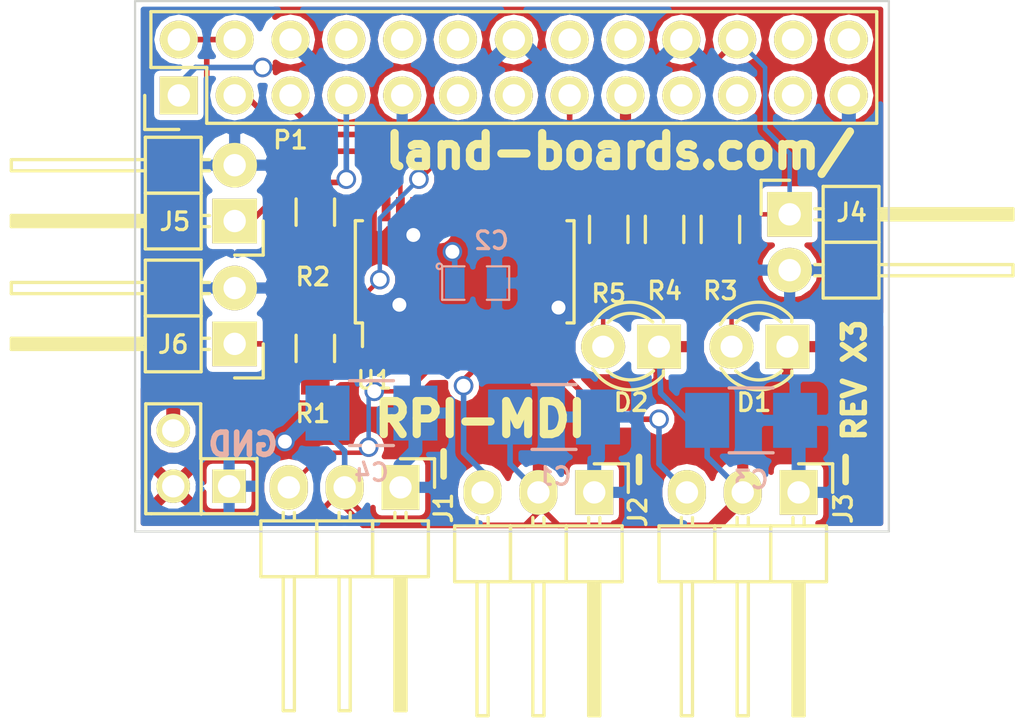
<source format=kicad_pcb>
(kicad_pcb (version 4) (host pcbnew "(after 2015-mar-04 BZR unknown)-product")

  (general
    (links 55)
    (no_connects 0)
    (area 44.949999 29.949999 79.340001 54.180001)
    (thickness 1.6)
    (drawings 17)
    (tracks 190)
    (zones 0)
    (modules 20)
    (nets 17)
  )

  (page A3)
  (layers
    (0 F.Cu signal)
    (31 B.Cu signal)
    (36 B.SilkS user)
    (37 F.SilkS user)
    (38 B.Mask user)
    (39 F.Mask user)
    (40 Dwgs.User user hide)
    (42 Eco1.User user hide)
    (44 Edge.Cuts user)
  )

  (setup
    (last_trace_width 0.635)
    (user_trace_width 0.2032)
    (user_trace_width 0.254)
    (user_trace_width 0.635)
    (trace_clearance 0.254)
    (zone_clearance 0.2032)
    (zone_45_only no)
    (trace_min 0.2032)
    (segment_width 0.2)
    (edge_width 0.1)
    (via_size 0.889)
    (via_drill 0.635)
    (via_min_size 0.889)
    (via_min_drill 0.508)
    (uvia_size 0.508)
    (uvia_drill 0.127)
    (uvias_allowed no)
    (uvia_min_size 0.508)
    (uvia_min_drill 0.127)
    (pcb_text_width 0.3)
    (pcb_text_size 1.5 1.5)
    (mod_edge_width 0.15)
    (mod_text_size 0.8 0.8)
    (mod_text_width 0.15)
    (pad_size 1.524 1.524)
    (pad_drill 1.016)
    (pad_to_mask_clearance 0)
    (aux_axis_origin 0 0)
    (visible_elements 7FFFFF3F)
    (pcbplotparams
      (layerselection 0x010f0_80000001)
      (usegerberextensions true)
      (excludeedgelayer true)
      (linewidth 0.150000)
      (plotframeref false)
      (viasonmask false)
      (mode 1)
      (useauxorigin false)
      (hpglpennumber 1)
      (hpglpenspeed 20)
      (hpglpendiameter 15)
      (hpglpenoverlay 2)
      (psnegative false)
      (psa4output false)
      (plotreference true)
      (plotvalue true)
      (plotinvisibletext false)
      (padsonsilk false)
      (subtractmaskfromsilk false)
      (outputformat 1)
      (mirror false)
      (drillshape 0)
      (scaleselection 1)
      (outputdirectory plots/))
  )

  (net 0 "")
  (net 1 /+3.3V)
  (net 2 /IO_22)
  (net 3 /IO_25)
  (net 4 /IO_4)
  (net 5 /R5)
  (net 6 /SCLK1)
  (net 7 /SDA1)
  (net 8 GND)
  (net 9 "Net-(D1-Pad2)")
  (net 10 "Net-(D2-Pad2)")
  (net 11 "Net-(J1-Pad3)")
  (net 12 "Net-(J2-Pad3)")
  (net 13 "Net-(J3-Pad3)")
  (net 14 "Net-(J8-Pad3)")
  (net 15 "Net-(R4-Pad1)")
  (net 16 "Net-(R5-Pad1)")

  (net_class Default "This is the default net class."
    (clearance 0.254)
    (trace_width 0.254)
    (via_dia 0.889)
    (via_drill 0.635)
    (uvia_dia 0.508)
    (uvia_drill 0.127)
    (add_net /+3.3V)
    (add_net /IO_22)
    (add_net /IO_25)
    (add_net /IO_4)
    (add_net /R5)
    (add_net /SCLK1)
    (add_net /SDA1)
    (add_net GND)
    (add_net "Net-(D1-Pad2)")
    (add_net "Net-(D2-Pad2)")
    (add_net "Net-(J1-Pad3)")
    (add_net "Net-(J2-Pad3)")
    (add_net "Net-(J3-Pad3)")
    (add_net "Net-(J8-Pad3)")
    (add_net "Net-(R4-Pad1)")
    (add_net "Net-(R5-Pad1)")
  )

  (net_class POWER025 ""
    (clearance 0.381)
    (trace_width 0.635)
    (via_dia 0.889)
    (via_drill 0.635)
    (uvia_dia 0.508)
    (uvia_drill 0.127)
  )

  (module Pin_Headers:Pin_Header_Angled_1x02 (layer F.Cu) (tedit 562BFD50) (tstamp 562C1686)
    (at 49.53 45.593 180)
    (descr "Through hole pin header")
    (tags "pin header")
    (path /54282256)
    (fp_text reference J6 (at 2.794 -0.0254 180) (layer F.SilkS)
      (effects (font (size 0.8 0.8) (thickness 0.15)))
    )
    (fp_text value CONN_2 (at 8.0264 -1.27 180) (layer Dwgs.User) hide
      (effects (font (size 1 1) (thickness 0.15)))
    )
    (fp_line (start -1.5 -1.75) (end -1.5 4.3) (layer F.CrtYd) (width 0.05))
    (fp_line (start 10.65 -1.75) (end 10.65 4.3) (layer F.CrtYd) (width 0.05))
    (fp_line (start -1.5 -1.75) (end 10.65 -1.75) (layer F.CrtYd) (width 0.05))
    (fp_line (start -1.5 4.3) (end 10.65 4.3) (layer F.CrtYd) (width 0.05))
    (fp_line (start -1.3 -1.55) (end -1.3 0) (layer F.SilkS) (width 0.15))
    (fp_line (start 0 -1.55) (end -1.3 -1.55) (layer F.SilkS) (width 0.15))
    (fp_line (start 4.191 -0.127) (end 10.033 -0.127) (layer F.SilkS) (width 0.15))
    (fp_line (start 10.033 -0.127) (end 10.033 0.127) (layer F.SilkS) (width 0.15))
    (fp_line (start 10.033 0.127) (end 4.191 0.127) (layer F.SilkS) (width 0.15))
    (fp_line (start 4.191 0.127) (end 4.191 0) (layer F.SilkS) (width 0.15))
    (fp_line (start 4.191 0) (end 10.033 0) (layer F.SilkS) (width 0.15))
    (fp_line (start 1.524 -0.254) (end 1.143 -0.254) (layer F.SilkS) (width 0.15))
    (fp_line (start 1.524 0.254) (end 1.143 0.254) (layer F.SilkS) (width 0.15))
    (fp_line (start 1.524 2.286) (end 1.143 2.286) (layer F.SilkS) (width 0.15))
    (fp_line (start 1.524 2.794) (end 1.143 2.794) (layer F.SilkS) (width 0.15))
    (fp_line (start 1.524 -1.27) (end 4.064 -1.27) (layer F.SilkS) (width 0.15))
    (fp_line (start 1.524 1.27) (end 4.064 1.27) (layer F.SilkS) (width 0.15))
    (fp_line (start 1.524 1.27) (end 1.524 3.81) (layer F.SilkS) (width 0.15))
    (fp_line (start 1.524 3.81) (end 4.064 3.81) (layer F.SilkS) (width 0.15))
    (fp_line (start 4.064 2.286) (end 10.16 2.286) (layer F.SilkS) (width 0.15))
    (fp_line (start 10.16 2.286) (end 10.16 2.794) (layer F.SilkS) (width 0.15))
    (fp_line (start 10.16 2.794) (end 4.064 2.794) (layer F.SilkS) (width 0.15))
    (fp_line (start 4.064 3.81) (end 4.064 1.27) (layer F.SilkS) (width 0.15))
    (fp_line (start 4.064 1.27) (end 4.064 -1.27) (layer F.SilkS) (width 0.15))
    (fp_line (start 10.16 0.254) (end 4.064 0.254) (layer F.SilkS) (width 0.15))
    (fp_line (start 10.16 -0.254) (end 10.16 0.254) (layer F.SilkS) (width 0.15))
    (fp_line (start 4.064 -0.254) (end 10.16 -0.254) (layer F.SilkS) (width 0.15))
    (fp_line (start 1.524 1.27) (end 4.064 1.27) (layer F.SilkS) (width 0.15))
    (fp_line (start 1.524 -1.27) (end 1.524 1.27) (layer F.SilkS) (width 0.15))
    (pad 1 thru_hole rect (at 0 0 180) (size 2.032 2.032) (drill 1.016) (layers *.Cu *.Mask F.SilkS)
      (net 2 /IO_22))
    (pad 2 thru_hole oval (at 0 2.54 180) (size 2.032 2.032) (drill 1.016) (layers *.Cu *.Mask F.SilkS)
      (net 8 GND))
    (model Pin_Headers.3dshapes/Pin_Header_Angled_1x02.wrl
      (at (xyz 0 -0.05 0))
      (scale (xyz 1 1 1))
      (rotate (xyz 0 0 90))
    )
  )

  (module SM0805 (layer B.Cu) (tedit 5477442D) (tstamp 5456DD93)
    (at 60.494 42.827)
    (path /5453924F)
    (attr smd)
    (fp_text reference C2 (at 0.72 -1.933) (layer B.SilkS)
      (effects (font (size 0.8 0.8) (thickness 0.15)) (justify mirror))
    )
    (fp_text value 104 (at 0 -0.381) (layer B.SilkS) hide
      (effects (font (size 0.50038 0.50038) (thickness 0.10922)) (justify mirror))
    )
    (fp_circle (center -1.651 -0.762) (end -1.651 -0.635) (layer B.SilkS) (width 0.09906))
    (fp_line (start -0.508 -0.762) (end -1.524 -0.762) (layer B.SilkS) (width 0.09906))
    (fp_line (start -1.524 -0.762) (end -1.524 0.762) (layer B.SilkS) (width 0.09906))
    (fp_line (start -1.524 0.762) (end -0.508 0.762) (layer B.SilkS) (width 0.09906))
    (fp_line (start 0.508 0.762) (end 1.524 0.762) (layer B.SilkS) (width 0.09906))
    (fp_line (start 1.524 0.762) (end 1.524 -0.762) (layer B.SilkS) (width 0.09906))
    (fp_line (start 1.524 -0.762) (end 0.508 -0.762) (layer B.SilkS) (width 0.09906))
    (pad 1 smd rect (at -0.9525 0) (size 0.889 1.397) (layers B.Cu B.Mask)
      (net 1 /+3.3V))
    (pad 2 smd rect (at 0.9525 0) (size 0.889 1.397) (layers B.Cu B.Mask)
      (net 8 GND))
    (model smd/chip_cms.wrl
      (at (xyz 0 0 0))
      (scale (xyz 0.1 0.1 0.1))
      (rotate (xyz 0 0 0))
    )
  )

  (module PIN_ARRAY_3P_L (layer F.Cu) (tedit 54774C2C) (tstamp 547750AA)
    (at 46.736 52.07 180)
    (descr "Connecteur 3 pins")
    (tags "CONN DEV")
    (path /547747CA)
    (fp_text reference J8 (at 0.254 -2.159 180) (layer F.SilkS) hide
      (effects (font (size 0.8 0.8) (thickness 0.15)))
    )
    (fp_text value CONN_3 (at 0 -2.159 180) (layer F.SilkS) hide
      (effects (font (size 1.016 1.016) (thickness 0.1524)))
    )
    (fp_line (start -3.75 1.25) (end -1.25 1.25) (layer F.SilkS) (width 0.15))
    (fp_line (start -3.75 -1.25) (end 1 -1.25) (layer F.SilkS) (width 0.15))
    (fp_line (start 1 -1.25) (end 1.25 -1.25) (layer F.SilkS) (width 0.15))
    (fp_line (start 1.25 -1.25) (end 1.25 3.75) (layer F.SilkS) (width 0.15))
    (fp_line (start 1.25 3.75) (end -1.25 3.75) (layer F.SilkS) (width 0.15))
    (fp_line (start -1.25 3.75) (end -1.25 1.25) (layer F.SilkS) (width 0.15))
    (fp_line (start -3.81 1.27) (end -3.81 -1.27) (layer F.SilkS) (width 0.1524))
    (fp_line (start -1.27 -1.27) (end -1.27 1.27) (layer F.SilkS) (width 0.1524))
    (pad 1 thru_hole rect (at -2.54 0 180) (size 1.524 1.524) (drill 1.016) (layers *.Cu *.Mask F.SilkS)
      (net 8 GND))
    (pad 2 thru_hole circle (at 0 0 180) (size 1.524 1.524) (drill 1.016) (layers *.Cu *.Mask F.SilkS)
      (net 5 /R5))
    (pad 3 thru_hole circle (at 0 2.54 180) (size 1.524 1.524) (drill 1.016) (layers *.Cu *.Mask F.SilkS)
      (net 14 "Net-(J8-Pad3)"))
    (model pin_array/pins_array_3x1.wrl
      (at (xyz 0 0 0))
      (scale (xyz 1 1 1))
      (rotate (xyz 0 0 0))
    )
  )

  (module Capacitors_SMD:C_1210_HandSoldering (layer B.Cu) (tedit 541A9C39) (tstamp 562C0081)
    (at 64.0588 48.9204)
    (descr "Capacitor SMD 1210, hand soldering")
    (tags "capacitor 1210")
    (path /542838CA)
    (attr smd)
    (fp_text reference C1 (at 0 2.7) (layer B.SilkS)
      (effects (font (size 0.8 0.8) (thickness 0.15)) (justify mirror))
    )
    (fp_text value 106 (at 0 -2.7) (layer B.Fab)
      (effects (font (size 1 1) (thickness 0.15)) (justify mirror))
    )
    (fp_line (start -3.3 1.6) (end 3.3 1.6) (layer B.CrtYd) (width 0.05))
    (fp_line (start -3.3 -1.6) (end 3.3 -1.6) (layer B.CrtYd) (width 0.05))
    (fp_line (start -3.3 1.6) (end -3.3 -1.6) (layer B.CrtYd) (width 0.05))
    (fp_line (start 3.3 1.6) (end 3.3 -1.6) (layer B.CrtYd) (width 0.05))
    (fp_line (start 1 1.475) (end -1 1.475) (layer B.SilkS) (width 0.15))
    (fp_line (start -1 -1.475) (end 1 -1.475) (layer B.SilkS) (width 0.15))
    (pad 1 smd rect (at -2 0) (size 2 2.5) (layers B.Cu B.Mask)
      (net 5 /R5))
    (pad 2 smd rect (at 2 0) (size 2 2.5) (layers B.Cu B.Mask)
      (net 8 GND))
    (model Capacitors_SMD.3dshapes/C_1210_HandSoldering.wrl
      (at (xyz 0 0 0))
      (scale (xyz 1 1 1))
      (rotate (xyz 0 0 0))
    )
  )

  (module Capacitors_SMD:C_1210_HandSoldering (layer B.Cu) (tedit 562BFFD4) (tstamp 562C008C)
    (at 73.025 49.0728)
    (descr "Capacitor SMD 1210, hand soldering")
    (tags "capacitor 1210")
    (path /545393B3)
    (attr smd)
    (fp_text reference C3 (at 0 2.7) (layer B.SilkS)
      (effects (font (size 0.8 0.8) (thickness 0.15)) (justify mirror))
    )
    (fp_text value 106 (at 0 -2.7) (layer Dwgs.User) hide
      (effects (font (size 1 1) (thickness 0.15)))
    )
    (fp_line (start -3.3 1.6) (end 3.3 1.6) (layer B.CrtYd) (width 0.05))
    (fp_line (start -3.3 -1.6) (end 3.3 -1.6) (layer B.CrtYd) (width 0.05))
    (fp_line (start -3.3 1.6) (end -3.3 -1.6) (layer B.CrtYd) (width 0.05))
    (fp_line (start 3.3 1.6) (end 3.3 -1.6) (layer B.CrtYd) (width 0.05))
    (fp_line (start 1 1.475) (end -1 1.475) (layer B.SilkS) (width 0.15))
    (fp_line (start -1 -1.475) (end 1 -1.475) (layer B.SilkS) (width 0.15))
    (pad 1 smd rect (at -2 0) (size 2 2.5) (layers B.Cu B.Mask)
      (net 5 /R5))
    (pad 2 smd rect (at 2 0) (size 2 2.5) (layers B.Cu B.Mask)
      (net 8 GND))
    (model Capacitors_SMD.3dshapes/C_1210_HandSoldering.wrl
      (at (xyz 0 0 0))
      (scale (xyz 1 1 1))
      (rotate (xyz 0 0 0))
    )
  )

  (module Capacitors_SMD:C_1210_HandSoldering (layer B.Cu) (tedit 562BFF91) (tstamp 562C0097)
    (at 55.753 48.7426)
    (descr "Capacitor SMD 1210, hand soldering")
    (tags "capacitor 1210")
    (path /545393A5)
    (attr smd)
    (fp_text reference C4 (at 0 2.7) (layer B.SilkS)
      (effects (font (size 0.8 0.8) (thickness 0.15)) (justify mirror))
    )
    (fp_text value 106 (at 0 -2.7) (layer Dwgs.User) hide
      (effects (font (size 1 1) (thickness 0.15)))
    )
    (fp_line (start -3.3 1.6) (end 3.3 1.6) (layer B.CrtYd) (width 0.05))
    (fp_line (start -3.3 -1.6) (end 3.3 -1.6) (layer B.CrtYd) (width 0.05))
    (fp_line (start -3.3 1.6) (end -3.3 -1.6) (layer B.CrtYd) (width 0.05))
    (fp_line (start 3.3 1.6) (end 3.3 -1.6) (layer B.CrtYd) (width 0.05))
    (fp_line (start 1 1.475) (end -1 1.475) (layer B.SilkS) (width 0.15))
    (fp_line (start -1 -1.475) (end 1 -1.475) (layer B.SilkS) (width 0.15))
    (pad 1 smd rect (at -2 0) (size 2 2.5) (layers B.Cu B.Mask)
      (net 5 /R5))
    (pad 2 smd rect (at 2 0) (size 2 2.5) (layers B.Cu B.Mask)
      (net 8 GND))
    (model Capacitors_SMD.3dshapes/C_1210_HandSoldering.wrl
      (at (xyz 0 0 0))
      (scale (xyz 1 1 1))
      (rotate (xyz 0 0 0))
    )
  )

  (module Pin_Headers:Pin_Header_Angled_1x03 (layer F.Cu) (tedit 562BFE5C) (tstamp 562C00A2)
    (at 57.0738 52.1208 270)
    (descr "Through hole pin header")
    (tags "pin header")
    (path /54281420)
    (fp_text reference J1 (at 0.9398 -1.9558 270) (layer F.SilkS)
      (effects (font (size 0.8 0.8) (thickness 0.15)))
    )
    (fp_text value CONN_3 (at 7.3152 -1.4224 270) (layer Dwgs.User) hide
      (effects (font (size 1 1) (thickness 0.15)))
    )
    (fp_line (start -1.5 -1.75) (end -1.5 6.85) (layer F.CrtYd) (width 0.05))
    (fp_line (start 10.65 -1.75) (end 10.65 6.85) (layer F.CrtYd) (width 0.05))
    (fp_line (start -1.5 -1.75) (end 10.65 -1.75) (layer F.CrtYd) (width 0.05))
    (fp_line (start -1.5 6.85) (end 10.65 6.85) (layer F.CrtYd) (width 0.05))
    (fp_line (start -1.3 -1.55) (end -1.3 0) (layer F.SilkS) (width 0.15))
    (fp_line (start 0 -1.55) (end -1.3 -1.55) (layer F.SilkS) (width 0.15))
    (fp_line (start 4.191 -0.127) (end 10.033 -0.127) (layer F.SilkS) (width 0.15))
    (fp_line (start 10.033 -0.127) (end 10.033 0.127) (layer F.SilkS) (width 0.15))
    (fp_line (start 10.033 0.127) (end 4.191 0.127) (layer F.SilkS) (width 0.15))
    (fp_line (start 4.191 0.127) (end 4.191 0) (layer F.SilkS) (width 0.15))
    (fp_line (start 4.191 0) (end 10.033 0) (layer F.SilkS) (width 0.15))
    (fp_line (start 1.524 -0.254) (end 1.143 -0.254) (layer F.SilkS) (width 0.15))
    (fp_line (start 1.524 0.254) (end 1.143 0.254) (layer F.SilkS) (width 0.15))
    (fp_line (start 1.524 2.286) (end 1.143 2.286) (layer F.SilkS) (width 0.15))
    (fp_line (start 1.524 2.794) (end 1.143 2.794) (layer F.SilkS) (width 0.15))
    (fp_line (start 1.524 4.826) (end 1.143 4.826) (layer F.SilkS) (width 0.15))
    (fp_line (start 1.524 5.334) (end 1.143 5.334) (layer F.SilkS) (width 0.15))
    (fp_line (start 4.064 1.27) (end 4.064 -1.27) (layer F.SilkS) (width 0.15))
    (fp_line (start 10.16 0.254) (end 4.064 0.254) (layer F.SilkS) (width 0.15))
    (fp_line (start 10.16 -0.254) (end 10.16 0.254) (layer F.SilkS) (width 0.15))
    (fp_line (start 4.064 -0.254) (end 10.16 -0.254) (layer F.SilkS) (width 0.15))
    (fp_line (start 1.524 1.27) (end 4.064 1.27) (layer F.SilkS) (width 0.15))
    (fp_line (start 1.524 -1.27) (end 1.524 1.27) (layer F.SilkS) (width 0.15))
    (fp_line (start 1.524 -1.27) (end 4.064 -1.27) (layer F.SilkS) (width 0.15))
    (fp_line (start 1.524 3.81) (end 4.064 3.81) (layer F.SilkS) (width 0.15))
    (fp_line (start 1.524 3.81) (end 1.524 6.35) (layer F.SilkS) (width 0.15))
    (fp_line (start 4.064 4.826) (end 10.16 4.826) (layer F.SilkS) (width 0.15))
    (fp_line (start 10.16 4.826) (end 10.16 5.334) (layer F.SilkS) (width 0.15))
    (fp_line (start 10.16 5.334) (end 4.064 5.334) (layer F.SilkS) (width 0.15))
    (fp_line (start 4.064 6.35) (end 4.064 3.81) (layer F.SilkS) (width 0.15))
    (fp_line (start 4.064 3.81) (end 4.064 1.27) (layer F.SilkS) (width 0.15))
    (fp_line (start 10.16 2.794) (end 4.064 2.794) (layer F.SilkS) (width 0.15))
    (fp_line (start 10.16 2.286) (end 10.16 2.794) (layer F.SilkS) (width 0.15))
    (fp_line (start 4.064 2.286) (end 10.16 2.286) (layer F.SilkS) (width 0.15))
    (fp_line (start 1.524 3.81) (end 4.064 3.81) (layer F.SilkS) (width 0.15))
    (fp_line (start 1.524 1.27) (end 1.524 3.81) (layer F.SilkS) (width 0.15))
    (fp_line (start 1.524 1.27) (end 4.064 1.27) (layer F.SilkS) (width 0.15))
    (fp_line (start 1.524 6.35) (end 4.064 6.35) (layer F.SilkS) (width 0.15))
    (pad 1 thru_hole rect (at 0 0 270) (size 2.032 1.7272) (drill 1.016) (layers *.Cu *.Mask F.SilkS)
      (net 8 GND))
    (pad 2 thru_hole oval (at 0 2.54 270) (size 2.032 1.7272) (drill 1.016) (layers *.Cu *.Mask F.SilkS)
      (net 5 /R5))
    (pad 3 thru_hole oval (at 0 5.08 270) (size 2.032 1.7272) (drill 1.016) (layers *.Cu *.Mask F.SilkS)
      (net 11 "Net-(J1-Pad3)"))
    (model Pin_Headers.3dshapes/Pin_Header_Angled_1x03.wrl
      (at (xyz 0 -0.1 0))
      (scale (xyz 1 1 1))
      (rotate (xyz 0 0 90))
    )
  )

  (module Pin_Headers:Pin_Header_Angled_1x03 (layer F.Cu) (tedit 562BFEB3) (tstamp 562C00CE)
    (at 65.8876 52.3494 270)
    (descr "Through hole pin header")
    (tags "pin header")
    (path /5428144D)
    (fp_text reference J2 (at 0.889 -1.9812 270) (layer F.SilkS)
      (effects (font (size 0.8 0.8) (thickness 0.15)))
    )
    (fp_text value CONN_3 (at 7.366 -1.4986 270) (layer Dwgs.User) hide
      (effects (font (size 1 1) (thickness 0.15)))
    )
    (fp_line (start -1.5 -1.75) (end -1.5 6.85) (layer F.CrtYd) (width 0.05))
    (fp_line (start 10.65 -1.75) (end 10.65 6.85) (layer F.CrtYd) (width 0.05))
    (fp_line (start -1.5 -1.75) (end 10.65 -1.75) (layer F.CrtYd) (width 0.05))
    (fp_line (start -1.5 6.85) (end 10.65 6.85) (layer F.CrtYd) (width 0.05))
    (fp_line (start -1.3 -1.55) (end -1.3 0) (layer F.SilkS) (width 0.15))
    (fp_line (start 0 -1.55) (end -1.3 -1.55) (layer F.SilkS) (width 0.15))
    (fp_line (start 4.191 -0.127) (end 10.033 -0.127) (layer F.SilkS) (width 0.15))
    (fp_line (start 10.033 -0.127) (end 10.033 0.127) (layer F.SilkS) (width 0.15))
    (fp_line (start 10.033 0.127) (end 4.191 0.127) (layer F.SilkS) (width 0.15))
    (fp_line (start 4.191 0.127) (end 4.191 0) (layer F.SilkS) (width 0.15))
    (fp_line (start 4.191 0) (end 10.033 0) (layer F.SilkS) (width 0.15))
    (fp_line (start 1.524 -0.254) (end 1.143 -0.254) (layer F.SilkS) (width 0.15))
    (fp_line (start 1.524 0.254) (end 1.143 0.254) (layer F.SilkS) (width 0.15))
    (fp_line (start 1.524 2.286) (end 1.143 2.286) (layer F.SilkS) (width 0.15))
    (fp_line (start 1.524 2.794) (end 1.143 2.794) (layer F.SilkS) (width 0.15))
    (fp_line (start 1.524 4.826) (end 1.143 4.826) (layer F.SilkS) (width 0.15))
    (fp_line (start 1.524 5.334) (end 1.143 5.334) (layer F.SilkS) (width 0.15))
    (fp_line (start 4.064 1.27) (end 4.064 -1.27) (layer F.SilkS) (width 0.15))
    (fp_line (start 10.16 0.254) (end 4.064 0.254) (layer F.SilkS) (width 0.15))
    (fp_line (start 10.16 -0.254) (end 10.16 0.254) (layer F.SilkS) (width 0.15))
    (fp_line (start 4.064 -0.254) (end 10.16 -0.254) (layer F.SilkS) (width 0.15))
    (fp_line (start 1.524 1.27) (end 4.064 1.27) (layer F.SilkS) (width 0.15))
    (fp_line (start 1.524 -1.27) (end 1.524 1.27) (layer F.SilkS) (width 0.15))
    (fp_line (start 1.524 -1.27) (end 4.064 -1.27) (layer F.SilkS) (width 0.15))
    (fp_line (start 1.524 3.81) (end 4.064 3.81) (layer F.SilkS) (width 0.15))
    (fp_line (start 1.524 3.81) (end 1.524 6.35) (layer F.SilkS) (width 0.15))
    (fp_line (start 4.064 4.826) (end 10.16 4.826) (layer F.SilkS) (width 0.15))
    (fp_line (start 10.16 4.826) (end 10.16 5.334) (layer F.SilkS) (width 0.15))
    (fp_line (start 10.16 5.334) (end 4.064 5.334) (layer F.SilkS) (width 0.15))
    (fp_line (start 4.064 6.35) (end 4.064 3.81) (layer F.SilkS) (width 0.15))
    (fp_line (start 4.064 3.81) (end 4.064 1.27) (layer F.SilkS) (width 0.15))
    (fp_line (start 10.16 2.794) (end 4.064 2.794) (layer F.SilkS) (width 0.15))
    (fp_line (start 10.16 2.286) (end 10.16 2.794) (layer F.SilkS) (width 0.15))
    (fp_line (start 4.064 2.286) (end 10.16 2.286) (layer F.SilkS) (width 0.15))
    (fp_line (start 1.524 3.81) (end 4.064 3.81) (layer F.SilkS) (width 0.15))
    (fp_line (start 1.524 1.27) (end 1.524 3.81) (layer F.SilkS) (width 0.15))
    (fp_line (start 1.524 1.27) (end 4.064 1.27) (layer F.SilkS) (width 0.15))
    (fp_line (start 1.524 6.35) (end 4.064 6.35) (layer F.SilkS) (width 0.15))
    (pad 1 thru_hole rect (at 0 0 270) (size 2.032 1.7272) (drill 1.016) (layers *.Cu *.Mask F.SilkS)
      (net 8 GND))
    (pad 2 thru_hole oval (at 0 2.54 270) (size 2.032 1.7272) (drill 1.016) (layers *.Cu *.Mask F.SilkS)
      (net 5 /R5))
    (pad 3 thru_hole oval (at 0 5.08 270) (size 2.032 1.7272) (drill 1.016) (layers *.Cu *.Mask F.SilkS)
      (net 12 "Net-(J2-Pad3)"))
    (model Pin_Headers.3dshapes/Pin_Header_Angled_1x03.wrl
      (at (xyz 0 -0.1 0))
      (scale (xyz 1 1 1))
      (rotate (xyz 0 0 90))
    )
  )

  (module Pin_Headers:Pin_Header_Angled_1x03 (layer F.Cu) (tedit 562C0742) (tstamp 562C00FA)
    (at 75.184 52.3494 270)
    (descr "Through hole pin header")
    (tags "pin header")
    (path /54281453)
    (fp_text reference J3 (at 0.7366 -2.032 270) (layer F.SilkS)
      (effects (font (size 0.8 0.8) (thickness 0.15)))
    )
    (fp_text value CONN_3 (at 7.3406 -1.524 270) (layer Dwgs.User) hide
      (effects (font (size 1 1) (thickness 0.15)))
    )
    (fp_line (start -1.5 -1.75) (end -1.5 6.85) (layer F.CrtYd) (width 0.05))
    (fp_line (start 10.65 -1.75) (end 10.65 6.85) (layer F.CrtYd) (width 0.05))
    (fp_line (start -1.5 -1.75) (end 10.65 -1.75) (layer F.CrtYd) (width 0.05))
    (fp_line (start -1.5 6.85) (end 10.65 6.85) (layer F.CrtYd) (width 0.05))
    (fp_line (start -1.3 -1.55) (end -1.3 0) (layer F.SilkS) (width 0.15))
    (fp_line (start 0 -1.55) (end -1.3 -1.55) (layer F.SilkS) (width 0.15))
    (fp_line (start 4.191 -0.127) (end 10.033 -0.127) (layer F.SilkS) (width 0.15))
    (fp_line (start 10.033 -0.127) (end 10.033 0.127) (layer F.SilkS) (width 0.15))
    (fp_line (start 10.033 0.127) (end 4.191 0.127) (layer F.SilkS) (width 0.15))
    (fp_line (start 4.191 0.127) (end 4.191 0) (layer F.SilkS) (width 0.15))
    (fp_line (start 4.191 0) (end 10.033 0) (layer F.SilkS) (width 0.15))
    (fp_line (start 1.524 -0.254) (end 1.143 -0.254) (layer F.SilkS) (width 0.15))
    (fp_line (start 1.524 0.254) (end 1.143 0.254) (layer F.SilkS) (width 0.15))
    (fp_line (start 1.524 2.286) (end 1.143 2.286) (layer F.SilkS) (width 0.15))
    (fp_line (start 1.524 2.794) (end 1.143 2.794) (layer F.SilkS) (width 0.15))
    (fp_line (start 1.524 4.826) (end 1.143 4.826) (layer F.SilkS) (width 0.15))
    (fp_line (start 1.524 5.334) (end 1.143 5.334) (layer F.SilkS) (width 0.15))
    (fp_line (start 4.064 1.27) (end 4.064 -1.27) (layer F.SilkS) (width 0.15))
    (fp_line (start 10.16 0.254) (end 4.064 0.254) (layer F.SilkS) (width 0.15))
    (fp_line (start 10.16 -0.254) (end 10.16 0.254) (layer F.SilkS) (width 0.15))
    (fp_line (start 4.064 -0.254) (end 10.16 -0.254) (layer F.SilkS) (width 0.15))
    (fp_line (start 1.524 1.27) (end 4.064 1.27) (layer F.SilkS) (width 0.15))
    (fp_line (start 1.524 -1.27) (end 1.524 1.27) (layer F.SilkS) (width 0.15))
    (fp_line (start 1.524 -1.27) (end 4.064 -1.27) (layer F.SilkS) (width 0.15))
    (fp_line (start 1.524 3.81) (end 4.064 3.81) (layer F.SilkS) (width 0.15))
    (fp_line (start 1.524 3.81) (end 1.524 6.35) (layer F.SilkS) (width 0.15))
    (fp_line (start 4.064 4.826) (end 10.16 4.826) (layer F.SilkS) (width 0.15))
    (fp_line (start 10.16 4.826) (end 10.16 5.334) (layer F.SilkS) (width 0.15))
    (fp_line (start 10.16 5.334) (end 4.064 5.334) (layer F.SilkS) (width 0.15))
    (fp_line (start 4.064 6.35) (end 4.064 3.81) (layer F.SilkS) (width 0.15))
    (fp_line (start 4.064 3.81) (end 4.064 1.27) (layer F.SilkS) (width 0.15))
    (fp_line (start 10.16 2.794) (end 4.064 2.794) (layer F.SilkS) (width 0.15))
    (fp_line (start 10.16 2.286) (end 10.16 2.794) (layer F.SilkS) (width 0.15))
    (fp_line (start 4.064 2.286) (end 10.16 2.286) (layer F.SilkS) (width 0.15))
    (fp_line (start 1.524 3.81) (end 4.064 3.81) (layer F.SilkS) (width 0.15))
    (fp_line (start 1.524 1.27) (end 1.524 3.81) (layer F.SilkS) (width 0.15))
    (fp_line (start 1.524 1.27) (end 4.064 1.27) (layer F.SilkS) (width 0.15))
    (fp_line (start 1.524 6.35) (end 4.064 6.35) (layer F.SilkS) (width 0.15))
    (pad 1 thru_hole rect (at 0 0 270) (size 2.032 1.7272) (drill 1.016) (layers *.Cu *.Mask F.SilkS)
      (net 8 GND))
    (pad 2 thru_hole oval (at 0 2.54 270) (size 2.032 1.7272) (drill 1.016) (layers *.Cu *.Mask F.SilkS)
      (net 5 /R5))
    (pad 3 thru_hole oval (at 0 5.08 270) (size 2.032 1.7272) (drill 1.016) (layers *.Cu *.Mask F.SilkS)
      (net 13 "Net-(J3-Pad3)"))
    (model Pin_Headers.3dshapes/Pin_Header_Angled_1x03.wrl
      (at (xyz 0 -0.1 0))
      (scale (xyz 1 1 1))
      (rotate (xyz 0 0 90))
    )
  )

  (module Pin_Headers:Pin_Header_Angled_1x02 (layer F.Cu) (tedit 562C10A4) (tstamp 562C0126)
    (at 74.7776 39.7002)
    (descr "Through hole pin header")
    (tags "pin header")
    (path /5428223E)
    (fp_text reference J4 (at 2.8194 -0.0762) (layer F.SilkS)
      (effects (font (size 0.8 0.8) (thickness 0.15)))
    )
    (fp_text value CONN_2 (at 0 -3.1) (layer Dwgs.User) hide
      (effects (font (size 1 1) (thickness 0.15)))
    )
    (fp_line (start -1.5 -1.75) (end -1.5 4.3) (layer F.CrtYd) (width 0.05))
    (fp_line (start 10.65 -1.75) (end 10.65 4.3) (layer F.CrtYd) (width 0.05))
    (fp_line (start -1.5 -1.75) (end 10.65 -1.75) (layer F.CrtYd) (width 0.05))
    (fp_line (start -1.5 4.3) (end 10.65 4.3) (layer F.CrtYd) (width 0.05))
    (fp_line (start -1.3 -1.55) (end -1.3 0) (layer F.SilkS) (width 0.15))
    (fp_line (start 0 -1.55) (end -1.3 -1.55) (layer F.SilkS) (width 0.15))
    (fp_line (start 4.191 -0.127) (end 10.033 -0.127) (layer F.SilkS) (width 0.15))
    (fp_line (start 10.033 -0.127) (end 10.033 0.127) (layer F.SilkS) (width 0.15))
    (fp_line (start 10.033 0.127) (end 4.191 0.127) (layer F.SilkS) (width 0.15))
    (fp_line (start 4.191 0.127) (end 4.191 0) (layer F.SilkS) (width 0.15))
    (fp_line (start 4.191 0) (end 10.033 0) (layer F.SilkS) (width 0.15))
    (fp_line (start 1.524 -0.254) (end 1.143 -0.254) (layer F.SilkS) (width 0.15))
    (fp_line (start 1.524 0.254) (end 1.143 0.254) (layer F.SilkS) (width 0.15))
    (fp_line (start 1.524 2.286) (end 1.143 2.286) (layer F.SilkS) (width 0.15))
    (fp_line (start 1.524 2.794) (end 1.143 2.794) (layer F.SilkS) (width 0.15))
    (fp_line (start 1.524 -1.27) (end 4.064 -1.27) (layer F.SilkS) (width 0.15))
    (fp_line (start 1.524 1.27) (end 4.064 1.27) (layer F.SilkS) (width 0.15))
    (fp_line (start 1.524 1.27) (end 1.524 3.81) (layer F.SilkS) (width 0.15))
    (fp_line (start 1.524 3.81) (end 4.064 3.81) (layer F.SilkS) (width 0.15))
    (fp_line (start 4.064 2.286) (end 10.16 2.286) (layer F.SilkS) (width 0.15))
    (fp_line (start 10.16 2.286) (end 10.16 2.794) (layer F.SilkS) (width 0.15))
    (fp_line (start 10.16 2.794) (end 4.064 2.794) (layer F.SilkS) (width 0.15))
    (fp_line (start 4.064 3.81) (end 4.064 1.27) (layer F.SilkS) (width 0.15))
    (fp_line (start 4.064 1.27) (end 4.064 -1.27) (layer F.SilkS) (width 0.15))
    (fp_line (start 10.16 0.254) (end 4.064 0.254) (layer F.SilkS) (width 0.15))
    (fp_line (start 10.16 -0.254) (end 10.16 0.254) (layer F.SilkS) (width 0.15))
    (fp_line (start 4.064 -0.254) (end 10.16 -0.254) (layer F.SilkS) (width 0.15))
    (fp_line (start 1.524 1.27) (end 4.064 1.27) (layer F.SilkS) (width 0.15))
    (fp_line (start 1.524 -1.27) (end 1.524 1.27) (layer F.SilkS) (width 0.15))
    (pad 1 thru_hole rect (at 0 0) (size 2.032 2.032) (drill 1.016) (layers *.Cu *.Mask F.SilkS)
      (net 3 /IO_25))
    (pad 2 thru_hole oval (at 0 2.54) (size 2.032 2.032) (drill 1.016) (layers *.Cu *.Mask F.SilkS)
      (net 8 GND))
    (model Pin_Headers.3dshapes/Pin_Header_Angled_1x02.wrl
      (at (xyz 0 -0.05 0))
      (scale (xyz 1 1 1))
      (rotate (xyz 0 0 90))
    )
  )

  (module Pin_Headers:Pin_Header_Angled_1x02 (layer F.Cu) (tedit 562BFBDF) (tstamp 562C0148)
    (at 49.53 40.005 180)
    (descr "Through hole pin header")
    (tags "pin header")
    (path /54282250)
    (fp_text reference J5 (at 2.7178 -0.0254 180) (layer F.SilkS)
      (effects (font (size 0.8 0.8) (thickness 0.15)))
    )
    (fp_text value CONN_2 (at 7.7978 1.2954 180) (layer Dwgs.User) hide
      (effects (font (size 1 1) (thickness 0.15)))
    )
    (fp_line (start -1.5 -1.75) (end -1.5 4.3) (layer F.CrtYd) (width 0.05))
    (fp_line (start 10.65 -1.75) (end 10.65 4.3) (layer F.CrtYd) (width 0.05))
    (fp_line (start -1.5 -1.75) (end 10.65 -1.75) (layer F.CrtYd) (width 0.05))
    (fp_line (start -1.5 4.3) (end 10.65 4.3) (layer F.CrtYd) (width 0.05))
    (fp_line (start -1.3 -1.55) (end -1.3 0) (layer F.SilkS) (width 0.15))
    (fp_line (start 0 -1.55) (end -1.3 -1.55) (layer F.SilkS) (width 0.15))
    (fp_line (start 4.191 -0.127) (end 10.033 -0.127) (layer F.SilkS) (width 0.15))
    (fp_line (start 10.033 -0.127) (end 10.033 0.127) (layer F.SilkS) (width 0.15))
    (fp_line (start 10.033 0.127) (end 4.191 0.127) (layer F.SilkS) (width 0.15))
    (fp_line (start 4.191 0.127) (end 4.191 0) (layer F.SilkS) (width 0.15))
    (fp_line (start 4.191 0) (end 10.033 0) (layer F.SilkS) (width 0.15))
    (fp_line (start 1.524 -0.254) (end 1.143 -0.254) (layer F.SilkS) (width 0.15))
    (fp_line (start 1.524 0.254) (end 1.143 0.254) (layer F.SilkS) (width 0.15))
    (fp_line (start 1.524 2.286) (end 1.143 2.286) (layer F.SilkS) (width 0.15))
    (fp_line (start 1.524 2.794) (end 1.143 2.794) (layer F.SilkS) (width 0.15))
    (fp_line (start 1.524 -1.27) (end 4.064 -1.27) (layer F.SilkS) (width 0.15))
    (fp_line (start 1.524 1.27) (end 4.064 1.27) (layer F.SilkS) (width 0.15))
    (fp_line (start 1.524 1.27) (end 1.524 3.81) (layer F.SilkS) (width 0.15))
    (fp_line (start 1.524 3.81) (end 4.064 3.81) (layer F.SilkS) (width 0.15))
    (fp_line (start 4.064 2.286) (end 10.16 2.286) (layer F.SilkS) (width 0.15))
    (fp_line (start 10.16 2.286) (end 10.16 2.794) (layer F.SilkS) (width 0.15))
    (fp_line (start 10.16 2.794) (end 4.064 2.794) (layer F.SilkS) (width 0.15))
    (fp_line (start 4.064 3.81) (end 4.064 1.27) (layer F.SilkS) (width 0.15))
    (fp_line (start 4.064 1.27) (end 4.064 -1.27) (layer F.SilkS) (width 0.15))
    (fp_line (start 10.16 0.254) (end 4.064 0.254) (layer F.SilkS) (width 0.15))
    (fp_line (start 10.16 -0.254) (end 10.16 0.254) (layer F.SilkS) (width 0.15))
    (fp_line (start 4.064 -0.254) (end 10.16 -0.254) (layer F.SilkS) (width 0.15))
    (fp_line (start 1.524 1.27) (end 4.064 1.27) (layer F.SilkS) (width 0.15))
    (fp_line (start 1.524 -1.27) (end 1.524 1.27) (layer F.SilkS) (width 0.15))
    (pad 1 thru_hole rect (at 0 0 180) (size 2.032 2.032) (drill 1.016) (layers *.Cu *.Mask F.SilkS)
      (net 4 /IO_4))
    (pad 2 thru_hole oval (at 0 2.54 180) (size 2.032 2.032) (drill 1.016) (layers *.Cu *.Mask F.SilkS)
      (net 8 GND))
    (model Pin_Headers.3dshapes/Pin_Header_Angled_1x02.wrl
      (at (xyz 0 -0.05 0))
      (scale (xyz 1 1 1))
      (rotate (xyz 0 0 90))
    )
  )

  (module Pin_Headers:Pin_Header_Straight_2x13 (layer F.Cu) (tedit 562C01A7) (tstamp 562C018C)
    (at 46.99 34.29 90)
    (descr "Through hole pin header")
    (tags "pin header")
    (path /53B16746)
    (fp_text reference P1 (at -2.032 5.08 180) (layer F.SilkS)
      (effects (font (size 0.8 0.8) (thickness 0.15)))
    )
    (fp_text value RASPIO (at 0 -3.1 90) (layer Dwgs.User) hide
      (effects (font (size 1 1) (thickness 0.15)))
    )
    (fp_line (start -1.75 -1.75) (end -1.75 32.25) (layer F.CrtYd) (width 0.05))
    (fp_line (start 4.3 -1.75) (end 4.3 32.25) (layer F.CrtYd) (width 0.05))
    (fp_line (start -1.75 -1.75) (end 4.3 -1.75) (layer F.CrtYd) (width 0.05))
    (fp_line (start -1.75 32.25) (end 4.3 32.25) (layer F.CrtYd) (width 0.05))
    (fp_line (start 3.81 -1.27) (end 3.81 31.75) (layer F.SilkS) (width 0.15))
    (fp_line (start -1.27 1.27) (end -1.27 31.75) (layer F.SilkS) (width 0.15))
    (fp_line (start 3.81 31.75) (end -1.27 31.75) (layer F.SilkS) (width 0.15))
    (fp_line (start 3.81 -1.27) (end 1.27 -1.27) (layer F.SilkS) (width 0.15))
    (fp_line (start 0 -1.55) (end -1.55 -1.55) (layer F.SilkS) (width 0.15))
    (fp_line (start 1.27 -1.27) (end 1.27 1.27) (layer F.SilkS) (width 0.15))
    (fp_line (start 1.27 1.27) (end -1.27 1.27) (layer F.SilkS) (width 0.15))
    (fp_line (start -1.55 -1.55) (end -1.55 0) (layer F.SilkS) (width 0.15))
    (pad 1 thru_hole rect (at 0 0 90) (size 1.7272 1.7272) (drill 1.016) (layers *.Cu *.Mask F.SilkS)
      (net 1 /+3.3V))
    (pad 2 thru_hole oval (at 2.54 0 90) (size 1.7272 1.7272) (drill 1.016) (layers *.Cu *.Mask F.SilkS)
      (net 14 "Net-(J8-Pad3)"))
    (pad 3 thru_hole oval (at 0 2.54 90) (size 1.7272 1.7272) (drill 1.016) (layers *.Cu *.Mask F.SilkS)
      (net 7 /SDA1))
    (pad 4 thru_hole oval (at 2.54 2.54 90) (size 1.7272 1.7272) (drill 1.016) (layers *.Cu *.Mask F.SilkS)
      (net 14 "Net-(J8-Pad3)"))
    (pad 5 thru_hole oval (at 0 5.08 90) (size 1.7272 1.7272) (drill 1.016) (layers *.Cu *.Mask F.SilkS)
      (net 6 /SCLK1))
    (pad 6 thru_hole oval (at 2.54 5.08 90) (size 1.7272 1.7272) (drill 1.016) (layers *.Cu *.Mask F.SilkS)
      (net 8 GND))
    (pad 7 thru_hole oval (at 0 7.62 90) (size 1.7272 1.7272) (drill 1.016) (layers *.Cu *.Mask F.SilkS)
      (net 4 /IO_4))
    (pad 8 thru_hole oval (at 2.54 7.62 90) (size 1.7272 1.7272) (drill 1.016) (layers *.Cu *.Mask F.SilkS))
    (pad 9 thru_hole oval (at 0 10.16 90) (size 1.7272 1.7272) (drill 1.016) (layers *.Cu *.Mask F.SilkS)
      (net 8 GND))
    (pad 10 thru_hole oval (at 2.54 10.16 90) (size 1.7272 1.7272) (drill 1.016) (layers *.Cu *.Mask F.SilkS))
    (pad 11 thru_hole oval (at 0 12.7 90) (size 1.7272 1.7272) (drill 1.016) (layers *.Cu *.Mask F.SilkS))
    (pad 12 thru_hole oval (at 2.54 12.7 90) (size 1.7272 1.7272) (drill 1.016) (layers *.Cu *.Mask F.SilkS))
    (pad 13 thru_hole oval (at 0 15.24 90) (size 1.7272 1.7272) (drill 1.016) (layers *.Cu *.Mask F.SilkS))
    (pad 14 thru_hole oval (at 2.54 15.24 90) (size 1.7272 1.7272) (drill 1.016) (layers *.Cu *.Mask F.SilkS)
      (net 8 GND))
    (pad 15 thru_hole oval (at 0 17.78 90) (size 1.7272 1.7272) (drill 1.016) (layers *.Cu *.Mask F.SilkS)
      (net 2 /IO_22))
    (pad 16 thru_hole oval (at 2.54 17.78 90) (size 1.7272 1.7272) (drill 1.016) (layers *.Cu *.Mask F.SilkS))
    (pad 17 thru_hole oval (at 0 20.32 90) (size 1.7272 1.7272) (drill 1.016) (layers *.Cu *.Mask F.SilkS)
      (net 1 /+3.3V))
    (pad 18 thru_hole oval (at 2.54 20.32 90) (size 1.7272 1.7272) (drill 1.016) (layers *.Cu *.Mask F.SilkS))
    (pad 19 thru_hole oval (at 0 22.86 90) (size 1.7272 1.7272) (drill 1.016) (layers *.Cu *.Mask F.SilkS))
    (pad 20 thru_hole oval (at 2.54 22.86 90) (size 1.7272 1.7272) (drill 1.016) (layers *.Cu *.Mask F.SilkS)
      (net 8 GND))
    (pad 21 thru_hole oval (at 0 25.4 90) (size 1.7272 1.7272) (drill 1.016) (layers *.Cu *.Mask F.SilkS))
    (pad 22 thru_hole oval (at 2.54 25.4 90) (size 1.7272 1.7272) (drill 1.016) (layers *.Cu *.Mask F.SilkS)
      (net 3 /IO_25))
    (pad 23 thru_hole oval (at 0 27.94 90) (size 1.7272 1.7272) (drill 1.016) (layers *.Cu *.Mask F.SilkS))
    (pad 24 thru_hole oval (at 2.54 27.94 90) (size 1.7272 1.7272) (drill 1.016) (layers *.Cu *.Mask F.SilkS))
    (pad 25 thru_hole oval (at 0 30.48 90) (size 1.7272 1.7272) (drill 1.016) (layers *.Cu *.Mask F.SilkS)
      (net 8 GND))
    (pad 26 thru_hole oval (at 2.54 30.48 90) (size 1.7272 1.7272) (drill 1.016) (layers *.Cu *.Mask F.SilkS))
    (model Pin_Headers.3dshapes/Pin_Header_Straight_2x13.wrl
      (at (xyz 0.05 -0.6 0))
      (scale (xyz 1 1 1))
      (rotate (xyz 0 0 90))
    )
  )

  (module Resistors_SMD:R_0805_HandSoldering (layer F.Cu) (tedit 562C1085) (tstamp 562C01B5)
    (at 53.2 45.8 270)
    (descr "Resistor SMD 0805, hand soldering")
    (tags "resistor 0805")
    (path /54282285)
    (attr smd)
    (fp_text reference R1 (at 2.968 0.114 360) (layer F.SilkS)
      (effects (font (size 0.8 0.8) (thickness 0.15)))
    )
    (fp_text value 3.9K (at 0 2.1 270) (layer Dwgs.User) hide
      (effects (font (size 1 1) (thickness 0.15)))
    )
    (fp_line (start -2.4 -1) (end 2.4 -1) (layer F.CrtYd) (width 0.05))
    (fp_line (start -2.4 1) (end 2.4 1) (layer F.CrtYd) (width 0.05))
    (fp_line (start -2.4 -1) (end -2.4 1) (layer F.CrtYd) (width 0.05))
    (fp_line (start 2.4 -1) (end 2.4 1) (layer F.CrtYd) (width 0.05))
    (fp_line (start 0.6 0.875) (end -0.6 0.875) (layer F.SilkS) (width 0.15))
    (fp_line (start -0.6 -0.875) (end 0.6 -0.875) (layer F.SilkS) (width 0.15))
    (pad 1 smd rect (at -1.35 0 270) (size 1.5 1.3) (layers F.Cu F.Mask)
      (net 1 /+3.3V))
    (pad 2 smd rect (at 1.35 0 270) (size 1.5 1.3) (layers F.Cu F.Mask)
      (net 2 /IO_22))
    (model Resistors_SMD.3dshapes/R_0805_HandSoldering.wrl
      (at (xyz 0 0 0))
      (scale (xyz 1 1 1))
      (rotate (xyz 0 0 0))
    )
  )

  (module Resistors_SMD:R_0805_HandSoldering (layer F.Cu) (tedit 562C107C) (tstamp 562C01C0)
    (at 53.2 39.6 90)
    (descr "Resistor SMD 0805, hand soldering")
    (tags "resistor 0805")
    (path /5428227F)
    (attr smd)
    (fp_text reference R2 (at -2.945 -0.114 180) (layer F.SilkS)
      (effects (font (size 0.8 0.8) (thickness 0.15)))
    )
    (fp_text value 3.9K (at 0 2.1 90) (layer Dwgs.User) hide
      (effects (font (size 1 1) (thickness 0.15)))
    )
    (fp_line (start -2.4 -1) (end 2.4 -1) (layer F.CrtYd) (width 0.05))
    (fp_line (start -2.4 1) (end 2.4 1) (layer F.CrtYd) (width 0.05))
    (fp_line (start -2.4 -1) (end -2.4 1) (layer F.CrtYd) (width 0.05))
    (fp_line (start 2.4 -1) (end 2.4 1) (layer F.CrtYd) (width 0.05))
    (fp_line (start 0.6 0.875) (end -0.6 0.875) (layer F.SilkS) (width 0.15))
    (fp_line (start -0.6 -0.875) (end 0.6 -0.875) (layer F.SilkS) (width 0.15))
    (pad 1 smd rect (at -1.35 0 90) (size 1.5 1.3) (layers F.Cu F.Mask)
      (net 1 /+3.3V))
    (pad 2 smd rect (at 1.35 0 90) (size 1.5 1.3) (layers F.Cu F.Mask)
      (net 4 /IO_4))
    (model Resistors_SMD.3dshapes/R_0805_HandSoldering.wrl
      (at (xyz 0 0 0))
      (scale (xyz 1 1 1))
      (rotate (xyz 0 0 0))
    )
  )

  (module Resistors_SMD:R_0805_HandSoldering (layer F.Cu) (tedit 562C1021) (tstamp 562C01CB)
    (at 71.628 40.386 90)
    (descr "Resistor SMD 0805, hand soldering")
    (tags "resistor 0805")
    (path /5428225E)
    (attr smd)
    (fp_text reference R3 (at -2.794 0 180) (layer F.SilkS)
      (effects (font (size 0.8 0.8) (thickness 0.15)))
    )
    (fp_text value 3.9K (at 0 2.1 90) (layer Dwgs.User) hide
      (effects (font (size 1 1) (thickness 0.15)))
    )
    (fp_line (start -2.4 -1) (end 2.4 -1) (layer F.CrtYd) (width 0.05))
    (fp_line (start -2.4 1) (end 2.4 1) (layer F.CrtYd) (width 0.05))
    (fp_line (start -2.4 -1) (end -2.4 1) (layer F.CrtYd) (width 0.05))
    (fp_line (start 2.4 -1) (end 2.4 1) (layer F.CrtYd) (width 0.05))
    (fp_line (start 0.6 0.875) (end -0.6 0.875) (layer F.SilkS) (width 0.15))
    (fp_line (start -0.6 -0.875) (end 0.6 -0.875) (layer F.SilkS) (width 0.15))
    (pad 1 smd rect (at -1.35 0 90) (size 1.5 1.3) (layers F.Cu F.Mask)
      (net 1 /+3.3V))
    (pad 2 smd rect (at 1.35 0 90) (size 1.5 1.3) (layers F.Cu F.Mask)
      (net 3 /IO_25))
    (model Resistors_SMD.3dshapes/R_0805_HandSoldering.wrl
      (at (xyz 0 0 0))
      (scale (xyz 1 1 1))
      (rotate (xyz 0 0 0))
    )
  )

  (module Resistors_SMD:R_0805_HandSoldering (layer F.Cu) (tedit 562C101C) (tstamp 562C01D6)
    (at 69.088 40.386 270)
    (descr "Resistor SMD 0805, hand soldering")
    (tags "resistor 0805")
    (path /5428274E)
    (attr smd)
    (fp_text reference R4 (at 2.794 0 360) (layer F.SilkS)
      (effects (font (size 0.8 0.8) (thickness 0.15)))
    )
    (fp_text value 120 (at 0 2.1 270) (layer Dwgs.User) hide
      (effects (font (size 1 1) (thickness 0.15)))
    )
    (fp_line (start -2.4 -1) (end 2.4 -1) (layer F.CrtYd) (width 0.05))
    (fp_line (start -2.4 1) (end 2.4 1) (layer F.CrtYd) (width 0.05))
    (fp_line (start -2.4 -1) (end -2.4 1) (layer F.CrtYd) (width 0.05))
    (fp_line (start 2.4 -1) (end 2.4 1) (layer F.CrtYd) (width 0.05))
    (fp_line (start 0.6 0.875) (end -0.6 0.875) (layer F.SilkS) (width 0.15))
    (fp_line (start -0.6 -0.875) (end 0.6 -0.875) (layer F.SilkS) (width 0.15))
    (pad 1 smd rect (at -1.35 0 270) (size 1.5 1.3) (layers F.Cu F.Mask)
      (net 15 "Net-(R4-Pad1)"))
    (pad 2 smd rect (at 1.35 0 270) (size 1.5 1.3) (layers F.Cu F.Mask)
      (net 9 "Net-(D1-Pad2)"))
    (model Resistors_SMD.3dshapes/R_0805_HandSoldering.wrl
      (at (xyz 0 0 0))
      (scale (xyz 1 1 1))
      (rotate (xyz 0 0 0))
    )
  )

  (module Resistors_SMD:R_0805_HandSoldering (layer F.Cu) (tedit 562C102D) (tstamp 562C01E1)
    (at 66.548 40.386 270)
    (descr "Resistor SMD 0805, hand soldering")
    (tags "resistor 0805")
    (path /5428275D)
    (attr smd)
    (fp_text reference R5 (at 2.921 0 360) (layer F.SilkS)
      (effects (font (size 0.8 0.8) (thickness 0.15)))
    )
    (fp_text value 120 (at 0 2.1 270) (layer Dwgs.User) hide
      (effects (font (size 1 1) (thickness 0.15)))
    )
    (fp_line (start -2.4 -1) (end 2.4 -1) (layer F.CrtYd) (width 0.05))
    (fp_line (start -2.4 1) (end 2.4 1) (layer F.CrtYd) (width 0.05))
    (fp_line (start -2.4 -1) (end -2.4 1) (layer F.CrtYd) (width 0.05))
    (fp_line (start 2.4 -1) (end 2.4 1) (layer F.CrtYd) (width 0.05))
    (fp_line (start 0.6 0.875) (end -0.6 0.875) (layer F.SilkS) (width 0.15))
    (fp_line (start -0.6 -0.875) (end 0.6 -0.875) (layer F.SilkS) (width 0.15))
    (pad 1 smd rect (at -1.35 0 270) (size 1.5 1.3) (layers F.Cu F.Mask)
      (net 16 "Net-(R5-Pad1)"))
    (pad 2 smd rect (at 1.35 0 270) (size 1.5 1.3) (layers F.Cu F.Mask)
      (net 10 "Net-(D2-Pad2)"))
    (model Resistors_SMD.3dshapes/R_0805_HandSoldering.wrl
      (at (xyz 0 0 0))
      (scale (xyz 1 1 1))
      (rotate (xyz 0 0 0))
    )
  )

  (module Housings_SSOP:TSSOP-28_4.4x9.7mm_Pitch0.65mm (layer F.Cu) (tedit 562C0627) (tstamp 562C01EC)
    (at 59.9948 42.3164 90)
    (descr "TSSOP28: plastic thin shrink small outline package; 28 leads; body width 4.4 mm; (see NXP SSOP-TSSOP-VSO-REFLOW.pdf and sot361-1_po.pdf)")
    (tags "SSOP 0.65")
    (path /54281542)
    (clearance -0.002)
    (attr smd)
    (fp_text reference U1 (at -4.9276 -4.1148 180) (layer F.SilkS)
      (effects (font (size 0.8 0.8) (thickness 0.15)))
    )
    (fp_text value PCA9685 (at 0 5.9 90) (layer Dwgs.User) hide
      (effects (font (size 1 1) (thickness 0.15)))
    )
    (fp_line (start -3.65 -5.15) (end -3.65 5.15) (layer F.CrtYd) (width 0.05))
    (fp_line (start 3.65 -5.15) (end 3.65 5.15) (layer F.CrtYd) (width 0.05))
    (fp_line (start -3.65 -5.15) (end 3.65 -5.15) (layer F.CrtYd) (width 0.05))
    (fp_line (start -3.65 5.15) (end 3.65 5.15) (layer F.CrtYd) (width 0.05))
    (fp_line (start -2.325 -4.975) (end -2.325 -4.65) (layer F.SilkS) (width 0.15))
    (fp_line (start 2.325 -4.975) (end 2.325 -4.65) (layer F.SilkS) (width 0.15))
    (fp_line (start 2.325 4.975) (end 2.325 4.65) (layer F.SilkS) (width 0.15))
    (fp_line (start -2.325 4.975) (end -2.325 4.65) (layer F.SilkS) (width 0.15))
    (fp_line (start -2.325 -4.975) (end 2.325 -4.975) (layer F.SilkS) (width 0.15))
    (fp_line (start -2.325 4.975) (end 2.325 4.975) (layer F.SilkS) (width 0.15))
    (fp_line (start -2.325 -4.65) (end -3.4 -4.65) (layer F.SilkS) (width 0.15))
    (pad 1 smd rect (at -2.85 -4.225 90) (size 1.1 0.4) (layers F.Cu F.Mask)
      (net 8 GND))
    (pad 2 smd rect (at -2.85 -3.575 90) (size 1.1 0.4) (layers F.Cu F.Mask)
      (net 8 GND))
    (pad 3 smd rect (at -2.85 -2.925 90) (size 1.1 0.4) (layers F.Cu F.Mask)
      (net 8 GND))
    (pad 4 smd rect (at -2.85 -2.275 90) (size 1.1 0.4) (layers F.Cu F.Mask)
      (net 8 GND))
    (pad 5 smd rect (at -2.85 -1.625 90) (size 1.1 0.4) (layers F.Cu F.Mask)
      (net 8 GND))
    (pad 6 smd rect (at -2.85 -0.975 90) (size 1.1 0.4) (layers F.Cu F.Mask)
      (net 11 "Net-(J1-Pad3)"))
    (pad 7 smd rect (at -2.85 -0.325 90) (size 1.1 0.4) (layers F.Cu F.Mask))
    (pad 8 smd rect (at -2.85 0.325 90) (size 1.1 0.4) (layers F.Cu F.Mask))
    (pad 9 smd rect (at -2.85 0.975 90) (size 1.1 0.4) (layers F.Cu F.Mask))
    (pad 10 smd rect (at -2.85 1.625 90) (size 1.1 0.4) (layers F.Cu F.Mask))
    (pad 11 smd rect (at -2.85 2.275 90) (size 1.1 0.4) (layers F.Cu F.Mask))
    (pad 12 smd rect (at -2.85 2.925 90) (size 1.1 0.4) (layers F.Cu F.Mask)
      (net 12 "Net-(J2-Pad3)"))
    (pad 13 smd rect (at -2.85 3.575 90) (size 1.1 0.4) (layers F.Cu F.Mask)
      (net 13 "Net-(J3-Pad3)"))
    (pad 14 smd rect (at -2.85 4.225 90) (size 1.1 0.4) (layers F.Cu F.Mask)
      (net 8 GND))
    (pad 15 smd rect (at 2.85 4.225 90) (size 1.1 0.4) (layers F.Cu F.Mask)
      (net 16 "Net-(R5-Pad1)"))
    (pad 16 smd rect (at 2.85 3.575 90) (size 1.1 0.4) (layers F.Cu F.Mask)
      (net 15 "Net-(R4-Pad1)"))
    (pad 17 smd rect (at 2.85 2.925 90) (size 1.1 0.4) (layers F.Cu F.Mask))
    (pad 18 smd rect (at 2.85 2.275 90) (size 1.1 0.4) (layers F.Cu F.Mask))
    (pad 19 smd rect (at 2.85 1.625 90) (size 1.1 0.4) (layers F.Cu F.Mask))
    (pad 20 smd rect (at 2.85 0.975 90) (size 1.1 0.4) (layers F.Cu F.Mask))
    (pad 21 smd rect (at 2.85 0.325 90) (size 1.1 0.4) (layers F.Cu F.Mask))
    (pad 22 smd rect (at 2.85 -0.325 90) (size 1.1 0.4) (layers F.Cu F.Mask))
    (pad 23 smd rect (at 2.85 -0.975 90) (size 1.1 0.4) (layers F.Cu F.Mask)
      (net 8 GND))
    (pad 24 smd rect (at 2.85 -1.625 90) (size 1.1 0.4) (layers F.Cu F.Mask)
      (net 8 GND))
    (pad 25 smd rect (at 2.85 -2.275 90) (size 1.1 0.4) (layers F.Cu F.Mask)
      (net 8 GND))
    (pad 26 smd rect (at 2.85 -2.925 90) (size 1.1 0.4) (layers F.Cu F.Mask)
      (net 6 /SCLK1))
    (pad 27 smd rect (at 2.85 -3.575 90) (size 1.1 0.4) (layers F.Cu F.Mask)
      (net 7 /SDA1))
    (pad 28 smd rect (at 2.85 -4.225 90) (size 1.1 0.4) (layers F.Cu F.Mask)
      (net 1 /+3.3V))
    (model Housings_SSOP.3dshapes/TSSOP-28_4.4x9.7mm_Pitch0.65mm.wrl
      (at (xyz 0 0 0))
      (scale (xyz 1 1 1))
      (rotate (xyz 0 0 0))
    )
  )

  (module LEDs:LED-3MM (layer F.Cu) (tedit 562C100A) (tstamp 562C053F)
    (at 74.676 45.72 180)
    (descr "LED 3mm round vertical")
    (tags "LED  3mm round vertical")
    (path /5428282F)
    (fp_text reference D1 (at 1.524 -2.54 180) (layer F.SilkS)
      (effects (font (size 0.8 0.8) (thickness 0.15)))
    )
    (fp_text value LED (at 1.3 -2.9 180) (layer F.SilkS) hide
      (effects (font (size 1 1) (thickness 0.15)))
    )
    (fp_line (start -1.2 2.3) (end 3.8 2.3) (layer F.CrtYd) (width 0.05))
    (fp_line (start 3.8 2.3) (end 3.8 -2.2) (layer F.CrtYd) (width 0.05))
    (fp_line (start 3.8 -2.2) (end -1.2 -2.2) (layer F.CrtYd) (width 0.05))
    (fp_line (start -1.2 -2.2) (end -1.2 2.3) (layer F.CrtYd) (width 0.05))
    (fp_line (start -0.199 1.314) (end -0.199 1.114) (layer F.SilkS) (width 0.15))
    (fp_line (start -0.199 -1.28) (end -0.199 -1.1) (layer F.SilkS) (width 0.15))
    (fp_arc (start 1.301 0.034) (end -0.199 -1.286) (angle 108.5) (layer F.SilkS) (width 0.15))
    (fp_arc (start 1.301 0.034) (end 0.25 -1.1) (angle 85.7) (layer F.SilkS) (width 0.15))
    (fp_arc (start 1.311 0.034) (end 3.051 0.994) (angle 110) (layer F.SilkS) (width 0.15))
    (fp_arc (start 1.301 0.034) (end 2.335 1.094) (angle 87.5) (layer F.SilkS) (width 0.15))
    (fp_text user K (at -1.69 1.74 180) (layer F.SilkS) hide
      (effects (font (size 1 1) (thickness 0.15)))
    )
    (pad 1 thru_hole rect (at 0 0 270) (size 2 2) (drill 1.00076) (layers *.Cu *.Mask F.SilkS)
      (net 5 /R5))
    (pad 2 thru_hole circle (at 2.54 0 180) (size 2 2) (drill 1.00076) (layers *.Cu *.Mask F.SilkS)
      (net 9 "Net-(D1-Pad2)"))
    (model LEDs.3dshapes/LED-3MM.wrl
      (at (xyz 0.05 0 0))
      (scale (xyz 1 1 1))
      (rotate (xyz 0 0 90))
    )
  )

  (module LEDs:LED-3MM (layer F.Cu) (tedit 562C1011) (tstamp 562C054F)
    (at 68.834 45.72 180)
    (descr "LED 3mm round vertical")
    (tags "LED  3mm round vertical")
    (path /5428283E)
    (fp_text reference D2 (at 1.27 -2.54 180) (layer F.SilkS)
      (effects (font (size 0.8 0.8) (thickness 0.15)))
    )
    (fp_text value LED (at 1.3 -2.9 180) (layer F.SilkS) hide
      (effects (font (size 1 1) (thickness 0.15)))
    )
    (fp_line (start -1.2 2.3) (end 3.8 2.3) (layer F.CrtYd) (width 0.05))
    (fp_line (start 3.8 2.3) (end 3.8 -2.2) (layer F.CrtYd) (width 0.05))
    (fp_line (start 3.8 -2.2) (end -1.2 -2.2) (layer F.CrtYd) (width 0.05))
    (fp_line (start -1.2 -2.2) (end -1.2 2.3) (layer F.CrtYd) (width 0.05))
    (fp_line (start -0.199 1.314) (end -0.199 1.114) (layer F.SilkS) (width 0.15))
    (fp_line (start -0.199 -1.28) (end -0.199 -1.1) (layer F.SilkS) (width 0.15))
    (fp_arc (start 1.301 0.034) (end -0.199 -1.286) (angle 108.5) (layer F.SilkS) (width 0.15))
    (fp_arc (start 1.301 0.034) (end 0.25 -1.1) (angle 85.7) (layer F.SilkS) (width 0.15))
    (fp_arc (start 1.311 0.034) (end 3.051 0.994) (angle 110) (layer F.SilkS) (width 0.15))
    (fp_arc (start 1.301 0.034) (end 2.335 1.094) (angle 87.5) (layer F.SilkS) (width 0.15))
    (fp_text user K (at -1.69 1.74 180) (layer F.SilkS) hide
      (effects (font (size 1 1) (thickness 0.15)))
    )
    (pad 1 thru_hole rect (at 0 0 270) (size 2 2) (drill 1.00076) (layers *.Cu *.Mask F.SilkS)
      (net 5 /R5))
    (pad 2 thru_hole circle (at 2.54 0 180) (size 2 2) (drill 1.00076) (layers *.Cu *.Mask F.SilkS)
      (net 10 "Net-(D2-Pad2)"))
    (model LEDs.3dshapes/LED-3MM.wrl
      (at (xyz 0.05 0 0))
      (scale (xyz 1 1 1))
      (rotate (xyz 0 0 90))
    )
  )

  (gr_text GND (at 49.911 50.165) (layer B.SilkS)
    (effects (font (size 1.016 1.016) (thickness 0.254)) (justify mirror))
  )
  (gr_text - (at 58.928 51.054 90) (layer F.SilkS)
    (effects (font (size 1.5 1.5) (thickness 0.3)) (justify mirror))
  )
  (gr_text - (at 67.818 51.308 90) (layer F.SilkS)
    (effects (font (size 1.5 1.5) (thickness 0.3)) (justify mirror))
  )
  (gr_text - (at 77.216 51.308 90) (layer F.SilkS)
    (effects (font (size 1.5 1.5) (thickness 0.3)) (justify mirror))
  )
  (gr_text "RasPi Connector" (at 63.415 29.365) (layer Dwgs.User)
    (effects (font (size 1.5 1.5) (thickness 0.3)))
  )
  (gr_text "(2) LEDs" (at 80.56 45.24 90) (layer Dwgs.User)
    (effects (font (size 1.5 1.5) (thickness 0.3)))
  )
  (gr_text "(3) Switch Inputs" (at 43.095 41.43 90) (layer Dwgs.User)
    (effects (font (size 1.5 1.5) (thickness 0.3)))
  )
  (gr_text "(3) Right Angle Servo Connectors" (at 62.145 55.4) (layer Dwgs.User)
    (effects (font (size 1.5 1.5) (thickness 0.3)))
  )
  (gr_text RPI-MDI (at 60.706 49.022) (layer F.SilkS)
    (effects (font (size 1.5 1.5) (thickness 0.375)))
  )
  (dimension 24.13 (width 0.3) (layer Eco1.User)
    (gr_text "0.9500 in" (at 85.719999 42.065 270) (layer Eco1.User)
      (effects (font (size 1.5 1.5) (thickness 0.3)))
    )
    (feature1 (pts (xy 79.29 54.13) (xy 87.069999 54.13)))
    (feature2 (pts (xy 79.29 30) (xy 87.069999 30)))
    (crossbar (pts (xy 84.369999 30) (xy 84.369999 54.13)))
    (arrow1a (pts (xy 84.369999 54.13) (xy 83.783579 53.003497)))
    (arrow1b (pts (xy 84.369999 54.13) (xy 84.956419 53.003497)))
    (arrow2a (pts (xy 84.369999 30) (xy 83.783579 31.126503)))
    (arrow2b (pts (xy 84.369999 30) (xy 84.956419 31.126503)))
  )
  (dimension 34.29 (width 0.3) (layer Eco1.User)
    (gr_text "1.3500 in" (at 62.145 26.110001) (layer Eco1.User)
      (effects (font (size 1.5 1.5) (thickness 0.3)))
    )
    (feature1 (pts (xy 45 30) (xy 45 24.760001)))
    (feature2 (pts (xy 79.29 30) (xy 79.29 24.760001)))
    (crossbar (pts (xy 79.29 27.460001) (xy 45 27.460001)))
    (arrow1a (pts (xy 45 27.460001) (xy 46.126503 26.873581)))
    (arrow1b (pts (xy 45 27.460001) (xy 46.126503 28.046421)))
    (arrow2a (pts (xy 79.29 27.460001) (xy 78.163497 26.873581)))
    (arrow2b (pts (xy 79.29 27.460001) (xy 78.163497 28.046421)))
  )
  (gr_line (start 79.29 54.13) (end 79.29 30) (angle 90) (layer Edge.Cuts) (width 0.1))
  (gr_line (start 45 30) (end 45 54.13) (angle 90) (layer Edge.Cuts) (width 0.1))
  (gr_line (start 79.29 54.13) (end 45 54.13) (angle 90) (layer Edge.Cuts) (width 0.1))
  (gr_line (start 45 30) (end 79.29 30) (angle 90) (layer Edge.Cuts) (width 0.1))
  (gr_text "REV X3" (at 77.724 47.244 90) (layer F.SilkS)
    (effects (font (size 1 1) (thickness 0.25)))
  )
  (gr_text land-boards.com/ (at 67.056 36.83) (layer F.SilkS)
    (effects (font (size 1.5 1.5) (thickness 0.375)))
  )

  (segment (start 51.562 33.02) (end 50.8 33.02) (width 0.254) (layer F.Cu) (net 1))
  (segment (start 47.752 33.02) (end 46.99 33.782) (width 0.254) (layer B.Cu) (net 1) (tstamp 562C0E2E) (status 20))
  (segment (start 50.8 33.02) (end 47.752 33.02) (width 0.254) (layer B.Cu) (net 1) (tstamp 562C0E2D))
  (via (at 50.8 33.02) (size 0.889) (layers F.Cu B.Cu) (net 1))
  (segment (start 46.99 33.782) (end 46.99 34.29) (width 0.254) (layer B.Cu) (net 1) (tstamp 562C0E2F) (status 30))
  (segment (start 59.5415 41.5075) (end 59.436 41.402) (width 0.254) (layer B.Cu) (net 1) (tstamp 562C0E6C))
  (via (at 59.436 41.402) (size 0.889) (layers F.Cu B.Cu) (net 1))
  (segment (start 59.5415 42.827) (end 59.5415 41.5075) (width 0.254) (layer B.Cu) (net 1) (status 10))
  (segment (start 53.2 47.15) (end 52.611 47.15) (width 0.254) (layer F.Cu) (net 2))
  (segment (start 52.611 47.15) (end 51.054 45.593) (width 0.254) (layer F.Cu) (net 2) (tstamp 562C183E))
  (segment (start 51.054 45.593) (end 49.53 45.593) (width 0.254) (layer F.Cu) (net 2) (tstamp 562C183F))
  (segment (start 56.134 42.672) (end 56.134 39.878) (width 0.2032) (layer B.Cu) (net 2))
  (segment (start 56.134 39.878) (end 57.912 38.1) (width 0.2032) (layer B.Cu) (net 2) (tstamp 562C1072))
  (segment (start 54.864 46.228) (end 54.864 43.942) (width 0.2032) (layer F.Cu) (net 2))
  (via (at 56.134 42.672) (size 0.889) (layers F.Cu B.Cu) (net 2))
  (segment (start 54.864 43.942) (end 56.134 42.672) (width 0.2032) (layer F.Cu) (net 2) (tstamp 562C106B))
  (segment (start 53.942 47.15) (end 54.864 46.228) (width 0.254) (layer F.Cu) (net 2) (tstamp 562C0EB3))
  (via (at 57.912 38.1) (size 0.889) (layers F.Cu B.Cu) (net 2))
  (segment (start 57.912 38.1) (end 58.928 37.084) (width 0.254) (layer F.Cu) (net 2) (tstamp 562C0EBB))
  (segment (start 58.928 37.084) (end 61.595 37.084) (width 0.254) (layer F.Cu) (net 2) (tstamp 562C0EBC))
  (segment (start 64.77 35.687) (end 64.77 34.29) (width 0.254) (layer F.Cu) (net 2) (tstamp 562C140F) (status 20))
  (segment (start 53.2 47.15) (end 53.942 47.15) (width 0.254) (layer F.Cu) (net 2) (status 10))
  (segment (start 63.373 37.084) (end 64.77 35.687) (width 0.254) (layer F.Cu) (net 2) (tstamp 562C140B))
  (segment (start 61.595 37.084) (end 63.373 37.084) (width 0.254) (layer F.Cu) (net 2))
  (segment (start 74.7776 39.7002) (end 73.4822 39.7002) (width 0.2032) (layer F.Cu) (net 3) (status 10))
  (segment (start 72.818 39.036) (end 71.628 39.036) (width 0.2032) (layer F.Cu) (net 3) (tstamp 562C114C) (status 20))
  (segment (start 73.4822 39.7002) (end 72.818 39.036) (width 0.2032) (layer F.Cu) (net 3) (tstamp 562C114B))
  (segment (start 74.7776 39.7002) (end 74.7776 36.9316) (width 0.2032) (layer B.Cu) (net 3) (status 10))
  (segment (start 74.7776 36.9316) (end 73.66 35.814) (width 0.2032) (layer B.Cu) (net 3) (tstamp 562C10A8))
  (segment (start 72.39 31.75) (end 73.66 33.02) (width 0.2032) (layer B.Cu) (net 3) (status 10))
  (segment (start 73.66 33.02) (end 73.66 35.814) (width 0.2032) (layer B.Cu) (net 3) (tstamp 562C10A3))
  (segment (start 74.422 39.3446) (end 74.7776 39.7002) (width 0.2032) (layer B.Cu) (net 3) (tstamp 562C10A6) (status 30))
  (segment (start 72.39 31.75) (end 71.12 33.02) (width 0.254) (layer F.Cu) (net 3) (status 10))
  (segment (start 71.628 36.322) (end 71.586 38.994) (width 0.254) (layer F.Cu) (net 3) (tstamp 562C0E55) (status 20))
  (segment (start 71.12 35.814) (end 71.628 36.322) (width 0.254) (layer F.Cu) (net 3) (tstamp 562C0E54))
  (segment (start 71.12 33.02) (end 71.12 35.814) (width 0.254) (layer F.Cu) (net 3) (tstamp 562C0E53))
  (segment (start 71.586 38.994) (end 71.628 39.036) (width 0.254) (layer F.Cu) (net 3) (tstamp 562C0E56) (status 30))
  (segment (start 49.53 40.005) (end 50.292 40.005) (width 0.254) (layer F.Cu) (net 4))
  (segment (start 50.292 40.005) (end 52.047 38.25) (width 0.254) (layer F.Cu) (net 4) (tstamp 562C183A))
  (segment (start 52.047 38.25) (end 53.2 38.25) (width 0.254) (layer F.Cu) (net 4) (tstamp 562C183B))
  (segment (start 54.46 38.25) (end 54.61 38.1) (width 0.254) (layer F.Cu) (net 4) (tstamp 562C0E75))
  (via (at 54.61 38.1) (size 0.889) (layers F.Cu B.Cu) (net 4))
  (segment (start 54.61 38.1) (end 54.61 34.29) (width 0.254) (layer B.Cu) (net 4) (tstamp 562C0E77) (status 20))
  (segment (start 53.2 38.25) (end 54.46 38.25) (width 0.254) (layer F.Cu) (net 4) (status 10))
  (segment (start 53.753 48.7426) (end 53.1114 48.7426) (width 0.635) (layer B.Cu) (net 5) (status 30))
  (segment (start 53.1114 48.7426) (end 51.816 50.038) (width 0.635) (layer B.Cu) (net 5) (tstamp 562C1089) (status 10))
  (via (at 51.816 50.038) (size 0.889) (layers F.Cu B.Cu) (net 5))
  (segment (start 53.1114 48.7426) (end 51.816 50.038) (width 0.254) (layer B.Cu) (net 5) (tstamp 562C0EC7) (status 10))
  (segment (start 54.5338 50.4698) (end 54.5338 52.1208) (width 0.254) (layer B.Cu) (net 5) (tstamp 562C0E9B) (status 20))
  (segment (start 53.753 49.689) (end 54.5338 50.4698) (width 0.254) (layer B.Cu) (net 5) (tstamp 562C0E9A) (status 10))
  (segment (start 53.753 48.7426) (end 53.753 49.689) (width 0.254) (layer B.Cu) (net 5) (status 30))
  (segment (start 62.0588 48.9204) (end 62.3824 48.9204) (width 0.254) (layer B.Cu) (net 5) (status 30))
  (segment (start 53.594 53.0606) (end 54.5338 52.1208) (width 0.254) (layer F.Cu) (net 5) (tstamp 562C0ECB) (status 20))
  (segment (start 53.594 53.594) (end 53.594 53.0606) (width 0.254) (layer F.Cu) (net 5))
  (segment (start 63.3476 53.2384) (end 63.3476 52.3494) (width 0.254) (layer F.Cu) (net 5) (tstamp 562C0ED1) (status 30))
  (segment (start 55.372 53.848) (end 62.738 53.848) (width 0.254) (layer F.Cu) (net 5) (tstamp 562C0ECF))
  (segment (start 62.738 53.848) (end 63.3476 53.2384) (width 0.254) (layer F.Cu) (net 5) (tstamp 562C0ED0) (status 20))
  (segment (start 54.5338 53.0098) (end 55.372 53.848) (width 0.254) (layer F.Cu) (net 5) (tstamp 562C0ECE) (status 10))
  (segment (start 54.5338 52.1208) (end 54.5338 53.0098) (width 0.254) (layer F.Cu) (net 5) (status 30))
  (segment (start 72.644 52.832) (end 72.644 52.3494) (width 0.254) (layer F.Cu) (net 5) (tstamp 562C0ED6) (status 30))
  (segment (start 64.262 53.848) (end 71.628 53.848) (width 0.254) (layer F.Cu) (net 5) (tstamp 562C0ED4))
  (segment (start 71.628 53.848) (end 72.644 52.832) (width 0.254) (layer F.Cu) (net 5) (tstamp 562C0ED5) (status 20))
  (segment (start 63.3476 52.9336) (end 64.262 53.848) (width 0.254) (layer F.Cu) (net 5) (tstamp 562C0ED3) (status 10))
  (segment (start 63.3476 52.3494) (end 63.3476 52.9336) (width 0.254) (layer F.Cu) (net 5) (status 30))
  (segment (start 68.9102 47.8282) (end 68.834 45.72) (width 0.254) (layer B.Cu) (net 5) (tstamp 562C0ED9) (status 20))
  (segment (start 70.1548 49.0728) (end 68.9102 47.8282) (width 0.254) (layer B.Cu) (net 5) (tstamp 562C0ED8) (status 10))
  (segment (start 71.025 49.0728) (end 70.1548 49.0728) (width 0.254) (layer B.Cu) (net 5) (status 30))
  (segment (start 62.0588 51.0606) (end 63.3476 52.3494) (width 0.254) (layer B.Cu) (net 5) (tstamp 562C1004) (status 20))
  (segment (start 62.0588 48.9204) (end 62.0588 51.0606) (width 0.254) (layer B.Cu) (net 5) (status 10))
  (segment (start 71.025 50.7304) (end 72.644 52.3494) (width 0.254) (layer B.Cu) (net 5) (tstamp 562C1008) (status 20))
  (segment (start 71.025 49.0728) (end 71.025 50.7304) (width 0.254) (layer B.Cu) (net 5) (status 10))
  (segment (start 70.358 53.848) (end 71.1454 53.848) (width 0.254) (layer F.Cu) (net 5) (tstamp 562C1039))
  (segment (start 55.88 53.848) (end 70.358 53.848) (width 0.254) (layer F.Cu) (net 5) (tstamp 562C1034))
  (segment (start 71.1454 53.848) (end 72.644 52.3494) (width 0.254) (layer F.Cu) (net 5) (tstamp 562C1036) (status 20))
  (segment (start 54.5338 52.5018) (end 55.88 53.848) (width 0.254) (layer F.Cu) (net 5) (tstamp 562C1033) (status 10))
  (segment (start 54.5338 52.1208) (end 54.5338 52.5018) (width 0.254) (layer F.Cu) (net 5) (status 30))
  (segment (start 72.644 52.578) (end 72.644 52.3494) (width 0.254) (layer F.Cu) (net 5) (tstamp 562C103C) (status 30))
  (segment (start 71.374 53.848) (end 72.644 52.578) (width 0.254) (layer F.Cu) (net 5) (tstamp 562C103B) (status 20))
  (segment (start 70.358 53.848) (end 71.374 53.848) (width 0.254) (layer F.Cu) (net 5))
  (segment (start 57.0698 39.4664) (end 57.0698 38.0198) (width 0.2032) (layer F.Cu) (net 6))
  (segment (start 57.0698 38.0198) (end 55.118 36.068) (width 0.2032) (layer F.Cu) (net 6) (tstamp 562C13D8))
  (segment (start 52.07 34.29) (end 52.07 34.798) (width 0.254) (layer F.Cu) (net 6) (status 30))
  (segment (start 52.07 34.798) (end 53.34 36.068) (width 0.254) (layer F.Cu) (net 6) (tstamp 562C0E3D) (status 10))
  (segment (start 53.34 36.068) (end 55.118 36.068) (width 0.254) (layer F.Cu) (net 6) (tstamp 562C0E3E))
  (segment (start 56.4198 39.4664) (end 56.4198 38.2588) (width 0.2032) (layer F.Cu) (net 7))
  (segment (start 56.4198 38.2588) (end 54.991 36.83) (width 0.2032) (layer F.Cu) (net 7) (tstamp 562C13D3))
  (segment (start 49.53 34.29) (end 50.038 34.29) (width 0.254) (layer F.Cu) (net 7) (status 30))
  (segment (start 50.038 34.29) (end 52.578 36.83) (width 0.254) (layer F.Cu) (net 7) (tstamp 562C0E37) (status 10))
  (segment (start 52.578 36.83) (end 54.991 36.83) (width 0.254) (layer F.Cu) (net 7) (tstamp 562C0E38))
  (segment (start 57.0698 44.196) (end 57.0698 43.8618) (width 0.2032) (layer F.Cu) (net 8))
  (via (at 57.023 43.815) (size 0.889) (layers F.Cu B.Cu) (net 8))
  (segment (start 57.0698 43.8618) (end 57.023 43.815) (width 0.2032) (layer F.Cu) (net 8) (tstamp 562C1402))
  (segment (start 57.7198 45.1664) (end 57.7198 44.196) (width 0.2032) (layer F.Cu) (net 8))
  (segment (start 57.7198 44.196) (end 57.0698 44.196) (width 0.2032) (layer F.Cu) (net 8) (tstamp 562C13FD))
  (segment (start 57.0698 45.1664) (end 57.0698 44.196) (width 0.2032) (layer F.Cu) (net 8))
  (segment (start 56.4198 45.1664) (end 56.4198 44.196) (width 0.2032) (layer F.Cu) (net 8))
  (segment (start 55.7698 45.1664) (end 55.7698 44.3062) (width 0.2032) (layer F.Cu) (net 8))
  (segment (start 55.88 44.196) (end 56.4198 44.196) (width 0.2032) (layer F.Cu) (net 8) (tstamp 562C13E5))
  (segment (start 55.7698 44.3062) (end 55.88 44.196) (width 0.2032) (layer F.Cu) (net 8) (tstamp 562C13E4))
  (segment (start 56.4198 44.196) (end 57.7198 44.196) (width 0.2032) (layer F.Cu) (net 8) (tstamp 562C13F4))
  (segment (start 58.3698 44.2728) (end 58.3698 45.1664) (width 0.2032) (layer F.Cu) (net 8) (tstamp 562C13E7))
  (segment (start 57.7198 44.196) (end 58.293 44.196) (width 0.2032) (layer F.Cu) (net 8) (tstamp 562C13EB))
  (segment (start 58.293 44.196) (end 58.3698 44.2728) (width 0.2032) (layer F.Cu) (net 8) (tstamp 562C13E6))
  (segment (start 77.47 34.29) (end 77.47 35.56) (width 0.635) (layer B.Cu) (net 8) (status 10))
  (segment (start 77.47 35.56) (end 77.216 35.814) (width 0.635) (layer B.Cu) (net 8) (tstamp 562C105E))
  (segment (start 69.85 31.75) (end 71.12 33.02) (width 0.635) (layer B.Cu) (net 8) (status 10))
  (segment (start 69.85 31.75) (end 68.58 33.02) (width 0.635) (layer B.Cu) (net 8) (status 10))
  (segment (start 52.07 31.75) (end 53.34 33.02) (width 0.635) (layer B.Cu) (net 8) (status 10))
  (segment (start 62.23 31.75) (end 60.96 33.02) (width 0.635) (layer B.Cu) (net 8) (status 10))
  (segment (start 62.23 31.75) (end 62.484 31.75) (width 0.635) (layer B.Cu) (net 8) (status 30))
  (segment (start 62.484 31.75) (end 63.5 32.766) (width 0.635) (layer B.Cu) (net 8) (tstamp 562C1054) (status 10))
  (segment (start 75.184 52.3494) (end 75.184 49.2318) (width 0.635) (layer B.Cu) (net 8) (status 30))
  (segment (start 75.184 49.2318) (end 75.025 49.0728) (width 0.635) (layer B.Cu) (net 8) (tstamp 562C1052) (status 30))
  (segment (start 65.8876 52.3494) (end 65.8876 50.9524) (width 0.635) (layer B.Cu) (net 8) (status 10))
  (segment (start 66.0588 50.7812) (end 66.0588 48.9204) (width 0.635) (layer B.Cu) (net 8) (tstamp 562C1050) (status 20))
  (segment (start 65.8876 50.9524) (end 66.0588 50.7812) (width 0.635) (layer B.Cu) (net 8) (tstamp 562C104F))
  (segment (start 57.0738 52.1208) (end 57.0738 51.1302) (width 0.635) (layer B.Cu) (net 8) (status 30))
  (segment (start 57.0738 51.1302) (end 57.753 50.451) (width 0.635) (layer B.Cu) (net 8) (tstamp 562C104C) (status 10))
  (segment (start 57.753 50.451) (end 57.753 48.7426) (width 0.635) (layer B.Cu) (net 8) (tstamp 562C104D) (status 20))
  (segment (start 68.58 33.02) (end 68.58 35.814) (width 0.254) (layer B.Cu) (net 8) (tstamp 562C0E50))
  (segment (start 60.96 33.02) (end 60.96 35.814) (width 0.254) (layer B.Cu) (net 8) (tstamp 562C0E4D))
  (segment (start 53.34 33.02) (end 53.34 35.56) (width 0.254) (layer B.Cu) (net 8) (tstamp 562C0E4A))
  (segment (start 64.2198 43.9842) (end 64.262 43.942) (width 0.254) (layer F.Cu) (net 8) (tstamp 562C0EA5))
  (via (at 64.262 43.942) (size 0.889) (layers F.Cu B.Cu) (net 8))
  (segment (start 64.2198 45.1664) (end 64.2198 43.9842) (width 0.254) (layer F.Cu) (net 8) (status 10))
  (segment (start 58.3698 40.5898) (end 58.3196 40.64) (width 0.254) (layer F.Cu) (net 8) (tstamp 562C0EE0))
  (segment (start 58.3196 40.64) (end 57.658 40.64) (width 0.254) (layer F.Cu) (net 8) (tstamp 562C0EE1))
  (segment (start 57.7198 40.5782) (end 57.7198 39.4664) (width 0.254) (layer F.Cu) (net 8) (status 20))
  (segment (start 57.7198 40.5782) (end 57.658 40.64) (width 0.254) (layer F.Cu) (net 8) (tstamp 562C0E96))
  (segment (start 58.3698 39.4664) (end 58.3698 40.5898) (width 0.254) (layer F.Cu) (net 8) (status 10))
  (segment (start 59.0198 40.5482) (end 58.928 40.64) (width 0.254) (layer F.Cu) (net 8) (tstamp 562C0EE3))
  (segment (start 58.928 40.64) (end 57.658 40.64) (width 0.254) (layer F.Cu) (net 8) (tstamp 562C0EE4))
  (via (at 57.658 40.64) (size 0.889) (layers F.Cu B.Cu) (net 8))
  (segment (start 59.0198 39.4664) (end 59.0198 40.5482) (width 0.254) (layer F.Cu) (net 8) (status 10))
  (segment (start 49.53 37.084) (end 49.53 37.338) (width 0.254) (layer F.Cu) (net 8) (tstamp 562C0E35) (status 30))
  (segment (start 69.85 43.688) (end 71.628 43.688) (width 0.2032) (layer F.Cu) (net 9))
  (segment (start 72.136 44.196) (end 72.136 45.72) (width 0.2032) (layer F.Cu) (net 9) (tstamp 562C1156) (status 20))
  (segment (start 71.628 43.688) (end 72.136 44.196) (width 0.2032) (layer F.Cu) (net 9) (tstamp 562C1155))
  (segment (start 69.088 41.736) (end 69.088 42.926) (width 0.2032) (layer F.Cu) (net 9) (status 10))
  (segment (start 69.088 42.926) (end 69.85 43.688) (width 0.2032) (layer F.Cu) (net 9) (tstamp 562C114E))
  (segment (start 72.136 45.72) (end 72.136 45.4152) (width 0.254) (layer F.Cu) (net 9) (status 30))
  (segment (start 66.294 45.72) (end 66.294 43.688) (width 0.2032) (layer F.Cu) (net 10) (status 10))
  (segment (start 66.548 43.434) (end 66.548 41.736) (width 0.2032) (layer F.Cu) (net 10) (tstamp 562C115A) (status 20))
  (segment (start 66.294 43.688) (end 66.548 43.434) (width 0.2032) (layer F.Cu) (net 10) (tstamp 562C1159))
  (segment (start 59.0198 45.1664) (end 59.0198 46.1362) (width 0.2032) (layer F.Cu) (net 11) (status 10))
  (segment (start 53.5686 50.546) (end 51.9938 52.1208) (width 0.2032) (layer F.Cu) (net 11) (tstamp 562C1097) (status 20))
  (segment (start 55.372 50.546) (end 53.5686 50.546) (width 0.2032) (layer F.Cu) (net 11) (tstamp 562C1096))
  (segment (start 55.626 50.292) (end 55.372 50.546) (width 0.2032) (layer F.Cu) (net 11) (tstamp 562C1095))
  (via (at 55.626 50.292) (size 0.889) (layers F.Cu B.Cu) (net 11))
  (segment (start 55.626 48.006) (end 55.626 50.292) (width 0.2032) (layer B.Cu) (net 11) (tstamp 562C1093))
  (segment (start 55.88 47.752) (end 55.626 48.006) (width 0.2032) (layer B.Cu) (net 11) (tstamp 562C1092))
  (via (at 55.88 47.752) (size 0.889) (layers F.Cu B.Cu) (net 11))
  (segment (start 57.404 47.752) (end 55.88 47.752) (width 0.2032) (layer F.Cu) (net 11) (tstamp 562C108E))
  (segment (start 59.0198 46.1362) (end 57.404 47.752) (width 0.2032) (layer F.Cu) (net 11) (tstamp 562C108C))
  (segment (start 51.9938 52.1208) (end 52.2732 52.1208) (width 0.254) (layer F.Cu) (net 11) (status 30))
  (segment (start 51.9938 52.1208) (end 51.9938 51.3842) (width 0.254) (layer F.Cu) (net 11) (status 30))
  (segment (start 59.944 50.546) (end 59.944 47.498) (width 0.254) (layer B.Cu) (net 12) (tstamp 562C100D))
  (via (at 59.944 47.498) (size 0.889) (layers F.Cu B.Cu) (net 12))
  (segment (start 60.8076 51.4096) (end 59.944 50.546) (width 0.254) (layer B.Cu) (net 12) (tstamp 562C100C) (status 10))
  (segment (start 60.8076 52.3494) (end 60.8076 51.4096) (width 0.254) (layer B.Cu) (net 12) (status 30))
  (segment (start 59.944 47.244) (end 60.706 46.482) (width 0.254) (layer F.Cu) (net 12) (tstamp 562C1044))
  (segment (start 60.706 46.482) (end 62.484 46.482) (width 0.254) (layer F.Cu) (net 12) (tstamp 562C1045))
  (segment (start 62.484 46.482) (end 62.9198 46.0462) (width 0.254) (layer F.Cu) (net 12) (tstamp 562C1046))
  (segment (start 62.9198 46.0462) (end 62.9198 45.1664) (width 0.254) (layer F.Cu) (net 12) (tstamp 562C1047) (status 20))
  (segment (start 59.944 47.498) (end 59.944 47.244) (width 0.254) (layer F.Cu) (net 12))
  (segment (start 70.104 52.3494) (end 69.6214 52.3494) (width 0.254) (layer F.Cu) (net 13) (status 30))
  (segment (start 70.104 52.324) (end 70.104 52.3494) (width 0.254) (layer B.Cu) (net 13) (tstamp 562C102F) (status 30))
  (segment (start 63.5698 46.0438) (end 66.548 49.022) (width 0.254) (layer F.Cu) (net 13) (tstamp 562C1029))
  (segment (start 66.548 49.022) (end 68.834 49.022) (width 0.254) (layer F.Cu) (net 13) (tstamp 562C102A))
  (via (at 68.834 49.022) (size 0.889) (layers F.Cu B.Cu) (net 13))
  (segment (start 68.834 49.022) (end 68.834 51.054) (width 0.254) (layer B.Cu) (net 13) (tstamp 562C102D))
  (segment (start 68.834 51.054) (end 70.104 52.324) (width 0.254) (layer B.Cu) (net 13) (tstamp 562C102E) (status 20))
  (segment (start 63.5698 45.1664) (end 63.5698 46.0438) (width 0.254) (layer F.Cu) (net 13) (status 10))
  (segment (start 46.736 49.53) (end 46.736 37.084) (width 0.635) (layer F.Cu) (net 14))
  (segment (start 46.736 37.084) (end 47.879 35.941) (width 0.635) (layer F.Cu) (net 14) (tstamp 562C1842))
  (segment (start 48.26 35.56) (end 48.26 31.75) (width 0.254) (layer F.Cu) (net 14) (tstamp 562C1834))
  (segment (start 46.736 37.084) (end 47.879 35.941) (width 0.254) (layer F.Cu) (net 14) (tstamp 562C1832))
  (segment (start 47.879 35.941) (end 48.26 35.56) (width 0.254) (layer F.Cu) (net 14) (tstamp 562C1845))
  (segment (start 46.99 31.75) (end 48.26 31.75) (width 0.254) (layer F.Cu) (net 14) (status 30))
  (segment (start 48.26 31.75) (end 49.53 31.75) (width 0.254) (layer F.Cu) (net 14) (tstamp 562C1838) (status 30))
  (segment (start 63.5698 39.4664) (end 63.5698 38.7922) (width 0.2032) (layer F.Cu) (net 15) (status 10))
  (segment (start 69.088 37.846) (end 69.088 39.036) (width 0.2032) (layer F.Cu) (net 15) (tstamp 562C113C) (status 20))
  (segment (start 68.834 37.592) (end 69.088 37.846) (width 0.2032) (layer F.Cu) (net 15) (tstamp 562C113B))
  (segment (start 64.77 37.592) (end 68.834 37.592) (width 0.2032) (layer F.Cu) (net 15) (tstamp 562C1139))
  (segment (start 63.5698 38.7922) (end 64.77 37.592) (width 0.2032) (layer F.Cu) (net 15) (tstamp 562C1138))
  (segment (start 69.13 38.904) (end 69.088 39.036) (width 0.254) (layer F.Cu) (net 15) (tstamp 562C0E61) (status 30))
  (segment (start 68.58 38.354) (end 69.13 38.904) (width 0.254) (layer F.Cu) (net 15) (tstamp 562C0E60) (status 30))
  (segment (start 64.2198 39.4664) (end 64.9276 39.4664) (width 0.2032) (layer F.Cu) (net 16) (status 10))
  (segment (start 65.358 39.036) (end 66.548 39.036) (width 0.2032) (layer F.Cu) (net 16) (tstamp 562C112F) (status 20))
  (segment (start 64.9276 39.4664) (end 65.358 39.036) (width 0.2032) (layer F.Cu) (net 16) (tstamp 562C112E))

  (zone (net 8) (net_name GND) (layer B.Cu) (tstamp 54282FAD) (hatch edge 0.508)
    (connect_pads (clearance 0.2032))
    (min_thickness 0.254)
    (fill yes (arc_segments 16) (thermal_gap 0.508) (thermal_bridge_width 0.508))
    (polygon
      (pts
        (xy 45 30) (xy 79.2 30) (xy 79.4 54.2) (xy 45 54)
      )
    )
    (filled_polygon
      (pts
        (xy 52.217 31.877) (xy 52.197 31.877) (xy 52.197 31.897) (xy 51.943 31.897) (xy 51.943 31.877)
        (xy 51.923 31.877) (xy 51.923 31.623) (xy 51.943 31.623) (xy 51.943 31.603) (xy 52.197 31.603)
        (xy 52.197 31.623) (xy 52.217 31.623) (xy 52.217 31.877)
      )
    )
    (filled_polygon
      (pts
        (xy 62.377 31.877) (xy 62.357 31.877) (xy 62.357 31.897) (xy 62.103 31.897) (xy 62.103 31.877)
        (xy 62.083 31.877) (xy 62.083 31.623) (xy 62.103 31.623) (xy 62.103 31.603) (xy 62.357 31.603)
        (xy 62.357 31.623) (xy 62.377 31.623) (xy 62.377 31.877)
      )
    )
    (filled_polygon
      (pts
        (xy 69.997 31.877) (xy 69.977 31.877) (xy 69.977 31.897) (xy 69.723 31.897) (xy 69.723 31.877)
        (xy 69.703 31.877) (xy 69.703 31.623) (xy 69.723 31.623) (xy 69.723 31.603) (xy 69.977 31.603)
        (xy 69.977 31.623) (xy 69.997 31.623) (xy 69.997 31.877)
      )
    )
    (filled_polygon
      (pts
        (xy 78.9098 53.7498) (xy 76.561225 53.7498) (xy 76.585927 53.725098) (xy 76.6826 53.491709) (xy 76.6826 52.63515)
        (xy 76.52385 52.4764) (xy 75.311 52.4764) (xy 75.311 52.4964) (xy 75.057 52.4964) (xy 75.057 52.4764)
        (xy 75.037 52.4764) (xy 75.037 52.2224) (xy 75.057 52.2224) (xy 75.057 52.2024) (xy 75.311 52.2024)
        (xy 75.311 52.2224) (xy 76.52385 52.2224) (xy 76.6826 52.06365) (xy 76.6826 51.207091) (xy 76.585927 50.973702)
        (xy 76.429025 50.816799) (xy 76.563327 50.682499) (xy 76.66 50.44911) (xy 76.66 50.196491) (xy 76.66 49.35855)
        (xy 76.66 48.78705) (xy 76.66 47.949109) (xy 76.66 47.69649) (xy 76.563327 47.463101) (xy 76.384698 47.284473)
        (xy 76.383575 47.284007) (xy 76.383575 42.623144) (xy 76.264436 42.3672) (xy 74.9046 42.3672) (xy 74.9046 43.727567)
        (xy 75.160546 43.846183) (xy 75.745979 43.577388) (xy 76.183985 43.105018) (xy 76.383575 42.623144) (xy 76.383575 47.284007)
        (xy 76.151309 47.1878) (xy 76.064464 47.1878) (xy 76.064464 46.72) (xy 76.064464 44.72) (xy 76.036278 44.574726)
        (xy 75.952404 44.447044) (xy 75.825784 44.361574) (xy 75.676 44.331536) (xy 74.6506 44.331536) (xy 74.6506 43.727567)
        (xy 74.6506 42.3672) (xy 73.290764 42.3672) (xy 73.171625 42.623144) (xy 73.371215 43.105018) (xy 73.809221 43.577388)
        (xy 74.394654 43.846183) (xy 74.6506 43.727567) (xy 74.6506 44.331536) (xy 73.676 44.331536) (xy 73.530726 44.359722)
        (xy 73.403044 44.443596) (xy 73.317574 44.570216) (xy 73.287536 44.72) (xy 73.287536 44.918813) (xy 72.919295 44.549928)
        (xy 72.411903 44.339241) (xy 71.862507 44.338761) (xy 71.354749 44.548563) (xy 70.965928 44.936705) (xy 70.755241 45.444097)
        (xy 70.754761 45.993493) (xy 70.964563 46.501251) (xy 71.352705 46.890072) (xy 71.860097 47.100759) (xy 72.409493 47.101239)
        (xy 72.917251 46.891437) (xy 73.287536 46.521798) (xy 73.287536 46.72) (xy 73.315722 46.865274) (xy 73.399596 46.992956)
        (xy 73.526216 47.078426) (xy 73.676 47.108464) (xy 75.676 47.108464) (xy 75.821274 47.080278) (xy 75.948956 46.996404)
        (xy 76.034426 46.869784) (xy 76.064464 46.72) (xy 76.064464 47.1878) (xy 75.31075 47.1878) (xy 75.152 47.34655)
        (xy 75.152 48.9458) (xy 76.50125 48.9458) (xy 76.66 48.78705) (xy 76.66 49.35855) (xy 76.50125 49.1998)
        (xy 75.152 49.1998) (xy 75.152 49.2198) (xy 74.898 49.2198) (xy 74.898 49.1998) (xy 74.898 48.9458)
        (xy 74.898 47.34655) (xy 74.73925 47.1878) (xy 73.898691 47.1878) (xy 73.665302 47.284473) (xy 73.486673 47.463101)
        (xy 73.39 47.69649) (xy 73.39 47.949109) (xy 73.39 48.78705) (xy 73.54875 48.9458) (xy 74.898 48.9458)
        (xy 74.898 49.1998) (xy 73.54875 49.1998) (xy 73.39 49.35855) (xy 73.39 50.196491) (xy 73.39 50.44911)
        (xy 73.486673 50.682499) (xy 73.665302 50.861127) (xy 73.827473 50.9283) (xy 73.782073 50.973702) (xy 73.6854 51.207091)
        (xy 73.6854 51.531021) (xy 73.524065 51.289566) (xy 73.120288 51.019771) (xy 72.644 50.925031) (xy 72.167712 51.019771)
        (xy 72.086832 51.073812) (xy 71.724284 50.711264) (xy 72.025 50.711264) (xy 72.170274 50.683078) (xy 72.297956 50.599204)
        (xy 72.383426 50.472584) (xy 72.413464 50.3228) (xy 72.413464 47.8228) (xy 72.385278 47.677526) (xy 72.301404 47.549844)
        (xy 72.174784 47.464374) (xy 72.025 47.434336) (xy 70.025 47.434336) (xy 69.879726 47.462522) (xy 69.752044 47.546396)
        (xy 69.666574 47.673016) (xy 69.636536 47.8228) (xy 69.636536 47.836116) (xy 69.410653 47.610233) (xy 69.392517 47.108464)
        (xy 69.834 47.108464) (xy 69.979274 47.080278) (xy 70.106956 46.996404) (xy 70.192426 46.869784) (xy 70.222464 46.72)
        (xy 70.222464 44.72) (xy 70.194278 44.574726) (xy 70.110404 44.447044) (xy 69.983784 44.361574) (xy 69.834 44.331536)
        (xy 68.5546 44.331536) (xy 68.5546 34.314383) (xy 68.5546 34.265617) (xy 68.45986 33.789329) (xy 68.190065 33.385552)
        (xy 67.786288 33.115757) (xy 67.31 33.021017) (xy 66.833712 33.115757) (xy 66.429935 33.385552) (xy 66.16014 33.789329)
        (xy 66.0654 34.265617) (xy 66.0654 34.314383) (xy 66.16014 34.790671) (xy 66.429935 35.194448) (xy 66.833712 35.464243)
        (xy 67.31 35.558983) (xy 67.786288 35.464243) (xy 68.190065 35.194448) (xy 68.45986 34.790671) (xy 68.5546 34.314383)
        (xy 68.5546 44.331536) (xy 67.834 44.331536) (xy 67.688726 44.359722) (xy 67.561044 44.443596) (xy 67.475574 44.570216)
        (xy 67.445536 44.72) (xy 67.445536 44.918813) (xy 67.077295 44.549928) (xy 66.569903 44.339241) (xy 66.020507 44.338761)
        (xy 66.0146 44.341201) (xy 66.0146 34.314383) (xy 66.0146 34.265617) (xy 65.91986 33.789329) (xy 65.650065 33.385552)
        (xy 65.246288 33.115757) (xy 64.77 33.021017) (xy 64.293712 33.115757) (xy 63.889935 33.385552) (xy 63.62014 33.789329)
        (xy 63.5254 34.265617) (xy 63.5254 34.314383) (xy 63.62014 34.790671) (xy 63.889935 35.194448) (xy 64.293712 35.464243)
        (xy 64.77 35.558983) (xy 65.246288 35.464243) (xy 65.650065 35.194448) (xy 65.91986 34.790671) (xy 66.0146 34.314383)
        (xy 66.0146 44.341201) (xy 65.512749 44.548563) (xy 65.123928 44.936705) (xy 64.913241 45.444097) (xy 64.912761 45.993493)
        (xy 65.122563 46.501251) (xy 65.510705 46.890072) (xy 65.931798 47.064924) (xy 65.931798 47.194148) (xy 65.77305 47.0354)
        (xy 64.932491 47.0354) (xy 64.699102 47.132073) (xy 64.520473 47.310701) (xy 64.4238 47.54409) (xy 64.4238 47.796709)
        (xy 64.4238 48.63465) (xy 64.58255 48.7934) (xy 65.9318 48.7934) (xy 65.9318 48.7734) (xy 66.1858 48.7734)
        (xy 66.1858 48.7934) (xy 67.53505 48.7934) (xy 67.6938 48.63465) (xy 67.6938 47.796709) (xy 67.6938 47.54409)
        (xy 67.597127 47.310701) (xy 67.418498 47.132073) (xy 67.185109 47.0354) (xy 66.726835 47.0354) (xy 67.075251 46.891437)
        (xy 67.445536 46.521798) (xy 67.445536 46.72) (xy 67.473722 46.865274) (xy 67.557596 46.992956) (xy 67.684216 47.078426)
        (xy 67.834 47.108464) (xy 68.375854 47.108464) (xy 68.402532 47.84655) (xy 68.42329 47.934228) (xy 68.440869 48.022603)
        (xy 68.446048 48.030354) (xy 68.448197 48.039429) (xy 68.500937 48.112502) (xy 68.55099 48.18741) (xy 68.592268 48.228688)
        (xy 68.367002 48.321767) (xy 68.134583 48.553781) (xy 68.008643 48.857077) (xy 68.008357 49.185482) (xy 68.133767 49.488998)
        (xy 68.326 49.681566) (xy 68.326 51.054) (xy 68.364669 51.248403) (xy 68.47479 51.41321) (xy 68.921087 51.859507)
        (xy 68.8594 52.169631) (xy 68.8594 52.529169) (xy 68.95414 53.005457) (xy 69.223935 53.409234) (xy 69.627712 53.679029)
        (xy 69.9835 53.7498) (xy 67.6938 53.7498) (xy 67.6938 50.29671) (xy 67.6938 50.044091) (xy 67.6938 49.20615)
        (xy 67.53505 49.0474) (xy 66.1858 49.0474) (xy 66.1858 50.64665) (xy 66.23755 50.6984) (xy 66.17335 50.6984)
        (xy 66.0146 50.85715) (xy 66.0146 52.2224) (xy 67.22745 52.2224) (xy 67.3862 52.06365) (xy 67.3862 51.207091)
        (xy 67.289527 50.973702) (xy 67.121225 50.8054) (xy 67.185109 50.8054) (xy 67.418498 50.708727) (xy 67.597127 50.530099)
        (xy 67.6938 50.29671) (xy 67.6938 53.7498) (xy 67.264825 53.7498) (xy 67.289527 53.725098) (xy 67.3862 53.491709)
        (xy 67.3862 52.63515) (xy 67.22745 52.4764) (xy 66.0146 52.4764) (xy 66.0146 52.4964) (xy 65.7606 52.4964)
        (xy 65.7606 52.4764) (xy 65.7406 52.4764) (xy 65.7406 52.2224) (xy 65.7606 52.2224) (xy 65.7606 50.85715)
        (xy 65.70885 50.8054) (xy 65.77305 50.8054) (xy 65.9318 50.64665) (xy 65.9318 49.0474) (xy 64.58255 49.0474)
        (xy 64.4238 49.20615) (xy 64.4238 50.044091) (xy 64.4238 50.29671) (xy 64.520473 50.530099) (xy 64.699102 50.708727)
        (xy 64.78593 50.744692) (xy 64.664301 50.795073) (xy 64.485673 50.973702) (xy 64.389 51.207091) (xy 64.389 51.531021)
        (xy 64.227665 51.289566) (xy 63.823888 51.019771) (xy 63.3476 50.925031) (xy 62.871312 51.019771) (xy 62.790432 51.073812)
        (xy 62.5668 50.850179) (xy 62.5668 50.558864) (xy 63.0588 50.558864) (xy 63.204074 50.530678) (xy 63.331756 50.446804)
        (xy 63.417226 50.320184) (xy 63.447264 50.1704) (xy 63.447264 47.6704) (xy 63.419078 47.525126) (xy 63.335204 47.397444)
        (xy 63.208584 47.311974) (xy 63.0588 47.281936) (xy 62.526 47.281936) (xy 62.526 43.65181) (xy 62.526 43.399191)
        (xy 62.526 43.11275) (xy 62.526 42.54125) (xy 62.526 42.254809) (xy 62.526 42.00219) (xy 62.429327 41.768801)
        (xy 62.250698 41.590173) (xy 62.017309 41.4935) (xy 61.73225 41.4935) (xy 61.5735 41.65225) (xy 61.5735 42.7)
        (xy 62.36725 42.7) (xy 62.526 42.54125) (xy 62.526 43.11275) (xy 62.36725 42.954) (xy 61.5735 42.954)
        (xy 61.5735 44.00175) (xy 61.73225 44.1605) (xy 62.017309 44.1605) (xy 62.250698 44.063827) (xy 62.429327 43.885199)
        (xy 62.526 43.65181) (xy 62.526 47.281936) (xy 61.3195 47.281936) (xy 61.3195 44.00175) (xy 61.3195 42.954)
        (xy 61.2995 42.954) (xy 61.2995 42.7) (xy 61.3195 42.7) (xy 61.3195 41.65225) (xy 61.16075 41.4935)
        (xy 60.9346 41.4935) (xy 60.9346 34.314383) (xy 60.9346 34.265617) (xy 60.83986 33.789329) (xy 60.570065 33.385552)
        (xy 60.166288 33.115757) (xy 59.69 33.021017) (xy 59.213712 33.115757) (xy 58.809935 33.385552) (xy 58.54014 33.789329)
        (xy 58.539676 33.791661) (xy 58.356821 33.40151) (xy 57.924947 33.007312) (xy 57.663828 32.899159) (xy 58.030065 32.654448)
        (xy 58.29986 32.250671) (xy 58.3946 31.774383) (xy 58.3946 31.725617) (xy 58.29986 31.249329) (xy 58.030065 30.845552)
        (xy 57.626288 30.575757) (xy 57.15 30.481017) (xy 56.673712 30.575757) (xy 56.269935 30.845552) (xy 56.00014 31.249329)
        (xy 55.9054 31.725617) (xy 55.9054 31.774383) (xy 56.00014 32.250671) (xy 56.269935 32.654448) (xy 56.636171 32.899159)
        (xy 56.375053 33.007312) (xy 55.943179 33.40151) (xy 55.760323 33.791661) (xy 55.75986 33.789329) (xy 55.490065 33.385552)
        (xy 55.086288 33.115757) (xy 54.61 33.021017) (xy 54.133712 33.115757) (xy 53.729935 33.385552) (xy 53.46014 33.789329)
        (xy 53.3654 34.265617) (xy 53.3654 34.314383) (xy 53.46014 34.790671) (xy 53.729935 35.194448) (xy 54.102 35.443053)
        (xy 54.102 37.440697) (xy 53.910583 37.631781) (xy 53.784643 37.935077) (xy 53.784357 38.263482) (xy 53.909767 38.566998)
        (xy 54.141781 38.799417) (xy 54.445077 38.925357) (xy 54.773482 38.925643) (xy 55.076998 38.800233) (xy 55.309417 38.568219)
        (xy 55.435357 38.264923) (xy 55.435643 37.936518) (xy 55.310233 37.633002) (xy 55.118 37.440433) (xy 55.118 35.443053)
        (xy 55.490065 35.194448) (xy 55.75986 34.790671) (xy 55.760323 34.788338) (xy 55.943179 35.17849) (xy 56.375053 35.572688)
        (xy 56.790974 35.744958) (xy 57.023 35.623817) (xy 57.023 34.417) (xy 57.003 34.417) (xy 57.003 34.163)
        (xy 57.023 34.163) (xy 57.023 34.143) (xy 57.277 34.143) (xy 57.277 34.163) (xy 57.297 34.163)
        (xy 57.297 34.417) (xy 57.277 34.417) (xy 57.277 35.623817) (xy 57.509026 35.744958) (xy 57.924947 35.572688)
        (xy 58.356821 35.17849) (xy 58.539676 34.788338) (xy 58.54014 34.790671) (xy 58.809935 35.194448) (xy 59.213712 35.464243)
        (xy 59.69 35.558983) (xy 60.166288 35.464243) (xy 60.570065 35.194448) (xy 60.83986 34.790671) (xy 60.9346 34.314383)
        (xy 60.9346 41.4935) (xy 60.875691 41.4935) (xy 60.642302 41.590173) (xy 60.463673 41.768801) (xy 60.367 42.00219)
        (xy 60.367 42.090029) (xy 60.346278 41.983226) (xy 60.262404 41.855544) (xy 60.167977 41.791804) (xy 60.261357 41.566923)
        (xy 60.261643 41.238518) (xy 60.136233 40.935002) (xy 59.904219 40.702583) (xy 59.600923 40.576643) (xy 59.272518 40.576357)
        (xy 58.969002 40.701767) (xy 58.737643 40.932722) (xy 58.737643 37.936518) (xy 58.612233 37.633002) (xy 58.380219 37.400583)
        (xy 58.076923 37.274643) (xy 57.748518 37.274357) (xy 57.445002 37.399767) (xy 57.212583 37.631781) (xy 57.086643 37.935077)
        (xy 57.086374 38.243125) (xy 55.79275 39.53675) (xy 55.688136 39.693317) (xy 55.6514 39.878) (xy 55.6514 41.987341)
        (xy 55.434583 42.203781) (xy 55.308643 42.507077) (xy 55.308357 42.835482) (xy 55.433767 43.138998) (xy 55.665781 43.371417)
        (xy 55.969077 43.497357) (xy 56.297482 43.497643) (xy 56.600998 43.372233) (xy 56.833417 43.140219) (xy 56.959357 42.836923)
        (xy 56.959643 42.508518) (xy 56.834233 42.205002) (xy 56.6166 41.986989) (xy 56.6166 40.0779) (xy 57.769123 38.925376)
        (xy 58.075482 38.925643) (xy 58.378998 38.800233) (xy 58.611417 38.568219) (xy 58.737357 38.264923) (xy 58.737643 37.936518)
        (xy 58.737643 40.932722) (xy 58.736583 40.933781) (xy 58.610643 41.237077) (xy 58.610357 41.565482) (xy 58.735767 41.868998)
        (xy 58.781625 41.914936) (xy 58.738574 41.978716) (xy 58.708536 42.1285) (xy 58.708536 43.5255) (xy 58.736722 43.670774)
        (xy 58.820596 43.798456) (xy 58.947216 43.883926) (xy 59.097 43.913964) (xy 59.986 43.913964) (xy 60.131274 43.885778)
        (xy 60.258956 43.801904) (xy 60.344426 43.675284) (xy 60.367 43.562719) (xy 60.367 43.65181) (xy 60.463673 43.885199)
        (xy 60.642302 44.063827) (xy 60.875691 44.1605) (xy 61.16075 44.1605) (xy 61.3195 44.00175) (xy 61.3195 47.281936)
        (xy 61.0588 47.281936) (xy 60.913526 47.310122) (xy 60.785844 47.393996) (xy 60.76957 47.418104) (xy 60.769643 47.334518)
        (xy 60.644233 47.031002) (xy 60.412219 46.798583) (xy 60.108923 46.672643) (xy 59.780518 46.672357) (xy 59.477002 46.797767)
        (xy 59.244583 47.029781) (xy 59.228041 47.069616) (xy 59.112698 46.954273) (xy 58.879309 46.8576) (xy 58.03875 46.8576)
        (xy 57.88 47.01635) (xy 57.88 48.6156) (xy 59.22925 48.6156) (xy 59.388 48.45685) (xy 59.388 48.109482)
        (xy 59.436 48.157566) (xy 59.436 50.546) (xy 59.474669 50.740403) (xy 59.58479 50.90521) (xy 59.952478 51.272898)
        (xy 59.927535 51.289566) (xy 59.65774 51.693343) (xy 59.563 52.169631) (xy 59.563 52.529169) (xy 59.65774 53.005457)
        (xy 59.927535 53.409234) (xy 60.331312 53.679029) (xy 60.6871 53.7498) (xy 58.116822 53.7498) (xy 58.297099 53.675127)
        (xy 58.475727 53.496498) (xy 58.5724 53.263109) (xy 58.5724 52.40655) (xy 58.41365 52.2478) (xy 57.2008 52.2478)
        (xy 57.2008 52.2678) (xy 56.9468 52.2678) (xy 56.9468 52.2478) (xy 56.9268 52.2478) (xy 56.9268 51.9938)
        (xy 56.9468 51.9938) (xy 56.9468 51.9738) (xy 57.2008 51.9738) (xy 57.2008 51.9938) (xy 58.41365 51.9938)
        (xy 58.5724 51.83505) (xy 58.5724 50.978491) (xy 58.475727 50.745102) (xy 58.358225 50.6276) (xy 58.879309 50.6276)
        (xy 59.112698 50.530927) (xy 59.291327 50.352299) (xy 59.388 50.11891) (xy 59.388 49.866291) (xy 59.388 49.02835)
        (xy 59.22925 48.8696) (xy 57.88 48.8696) (xy 57.88 48.8896) (xy 57.626 48.8896) (xy 57.626 48.8696)
        (xy 56.27675 48.8696) (xy 56.118 49.02835) (xy 56.118 49.616405) (xy 56.1086 49.606989) (xy 56.1086 48.550736)
        (xy 56.181687 48.520537) (xy 56.27675 48.6156) (xy 57.626 48.6156) (xy 57.626 47.01635) (xy 57.46725 46.8576)
        (xy 56.626691 46.8576) (xy 56.393302 46.954273) (xy 56.310608 47.036965) (xy 56.044923 46.926643) (xy 55.716518 46.926357)
        (xy 55.413002 47.051767) (xy 55.180583 47.283781) (xy 55.126308 47.414487) (xy 55.113278 47.347326) (xy 55.029404 47.219644)
        (xy 54.902784 47.134174) (xy 54.753 47.104136) (xy 52.753 47.104136) (xy 52.607726 47.132322) (xy 52.480044 47.216196)
        (xy 52.394574 47.342816) (xy 52.364536 47.4926) (xy 52.364536 48.501636) (xy 51.653813 49.212358) (xy 51.652518 49.212357)
        (xy 51.349002 49.337767) (xy 51.135975 49.550422) (xy 51.135975 43.435944) (xy 51.135975 42.670056) (xy 50.936385 42.188182)
        (xy 50.498379 41.715812) (xy 49.912946 41.447017) (xy 49.657002 41.565632) (xy 49.657002 41.409464) (xy 50.546 41.409464)
        (xy 50.691274 41.381278) (xy 50.818956 41.297404) (xy 50.904426 41.170784) (xy 50.934464 41.021) (xy 50.934464 38.989)
        (xy 50.906278 38.843726) (xy 50.822404 38.716044) (xy 50.695784 38.630574) (xy 50.663509 38.624101) (xy 50.936385 38.329818)
        (xy 51.135975 37.847944) (xy 51.135975 37.082056) (xy 50.936385 36.600182) (xy 50.498379 36.127812) (xy 49.912946 35.859017)
        (xy 49.657 35.977633) (xy 49.657 37.338) (xy 51.016836 37.338) (xy 51.135975 37.082056) (xy 51.135975 37.847944)
        (xy 51.016836 37.592) (xy 49.657 37.592) (xy 49.657 37.612) (xy 49.403 37.612) (xy 49.403 37.592)
        (xy 49.403 37.338) (xy 49.403 35.977633) (xy 49.147054 35.859017) (xy 48.561621 36.127812) (xy 48.123615 36.600182)
        (xy 47.924025 37.082056) (xy 48.043164 37.338) (xy 49.403 37.338) (xy 49.403 37.592) (xy 48.043164 37.592)
        (xy 47.924025 37.847944) (xy 48.123615 38.329818) (xy 48.395887 38.623452) (xy 48.368726 38.628722) (xy 48.241044 38.712596)
        (xy 48.155574 38.839216) (xy 48.125536 38.989) (xy 48.125536 41.021) (xy 48.153722 41.166274) (xy 48.237596 41.293956)
        (xy 48.364216 41.379426) (xy 48.514 41.409464) (xy 49.402998 41.409464) (xy 49.402998 41.565632) (xy 49.147054 41.447017)
        (xy 48.561621 41.715812) (xy 48.123615 42.188182) (xy 47.924025 42.670056) (xy 48.043164 42.926) (xy 49.403 42.926)
        (xy 49.403 42.906) (xy 49.657 42.906) (xy 49.657 42.926) (xy 51.016836 42.926) (xy 51.135975 42.670056)
        (xy 51.135975 43.435944) (xy 51.016836 43.18) (xy 49.657 43.18) (xy 49.657 43.2) (xy 49.403 43.2)
        (xy 49.403 43.18) (xy 48.043164 43.18) (xy 47.924025 43.435944) (xy 48.123615 43.917818) (xy 48.395887 44.211452)
        (xy 48.368726 44.216722) (xy 48.241044 44.300596) (xy 48.155574 44.427216) (xy 48.125536 44.577) (xy 48.125536 46.609)
        (xy 48.153722 46.754274) (xy 48.237596 46.881956) (xy 48.364216 46.967426) (xy 48.514 46.997464) (xy 50.546 46.997464)
        (xy 50.691274 46.969278) (xy 50.818956 46.885404) (xy 50.904426 46.758784) (xy 50.934464 46.609) (xy 50.934464 44.577)
        (xy 50.906278 44.431726) (xy 50.822404 44.304044) (xy 50.695784 44.218574) (xy 50.663509 44.212101) (xy 50.936385 43.917818)
        (xy 51.135975 43.435944) (xy 51.135975 49.550422) (xy 51.116583 49.569781) (xy 50.990643 49.873077) (xy 50.990357 50.201482)
        (xy 51.115767 50.504998) (xy 51.347781 50.737417) (xy 51.502074 50.801485) (xy 51.113735 51.060966) (xy 50.84394 51.464743)
        (xy 50.7492 51.941031) (xy 50.7492 52.300569) (xy 50.84394 52.776857) (xy 51.113735 53.180634) (xy 51.517512 53.450429)
        (xy 51.9938 53.545169) (xy 52.470088 53.450429) (xy 52.873865 53.180634) (xy 53.14366 52.776857) (xy 53.2384 52.300569)
        (xy 53.2384 51.941031) (xy 53.14366 51.464743) (xy 52.873865 51.060966) (xy 52.470088 50.791171) (xy 52.25731 50.748846)
        (xy 52.282998 50.738233) (xy 52.515417 50.506219) (xy 52.584972 50.338711) (xy 52.603216 50.351026) (xy 52.753 50.381064)
        (xy 53.726644 50.381064) (xy 54.0258 50.68022) (xy 54.0258 50.81236) (xy 53.653735 51.060966) (xy 53.38394 51.464743)
        (xy 53.2892 51.941031) (xy 53.2892 52.300569) (xy 53.38394 52.776857) (xy 53.653735 53.180634) (xy 54.057512 53.450429)
        (xy 54.5338 53.545169) (xy 55.010088 53.450429) (xy 55.413865 53.180634) (xy 55.5752 52.939178) (xy 55.5752 53.263109)
        (xy 55.671873 53.496498) (xy 55.850501 53.675127) (xy 56.030777 53.7498) (xy 50.673 53.7498) (xy 50.673 52.95831)
        (xy 50.673 52.705691) (xy 50.673 52.35575) (xy 50.673 51.78425) (xy 50.673 51.434309) (xy 50.673 51.18169)
        (xy 50.576327 50.948301) (xy 50.397698 50.769673) (xy 50.164309 50.673) (xy 49.56175 50.673) (xy 49.403 50.83175)
        (xy 49.403 51.943) (xy 50.51425 51.943) (xy 50.673 51.78425) (xy 50.673 52.35575) (xy 50.51425 52.197)
        (xy 49.403 52.197) (xy 49.403 53.30825) (xy 49.56175 53.467) (xy 50.164309 53.467) (xy 50.397698 53.370327)
        (xy 50.576327 53.191699) (xy 50.673 52.95831) (xy 50.673 53.7498) (xy 49.149 53.7498) (xy 49.149 53.30825)
        (xy 49.149 52.197) (xy 49.129 52.197) (xy 49.129 51.943) (xy 49.149 51.943) (xy 49.149 50.83175)
        (xy 48.99025 50.673) (xy 48.387691 50.673) (xy 48.154302 50.769673) (xy 47.975673 50.948301) (xy 47.879198 51.181211)
        (xy 47.879198 49.303641) (xy 47.705554 48.883388) (xy 47.384303 48.561577) (xy 46.964354 48.387199) (xy 46.509641 48.386802)
        (xy 46.089388 48.560446) (xy 45.767577 48.881697) (xy 45.593199 49.301646) (xy 45.592802 49.756359) (xy 45.766446 50.176612)
        (xy 46.087697 50.498423) (xy 46.507646 50.672801) (xy 46.962359 50.673198) (xy 47.382612 50.499554) (xy 47.704423 50.178303)
        (xy 47.878801 49.758354) (xy 47.879198 49.303641) (xy 47.879198 51.181211) (xy 47.879 51.18169) (xy 47.879 51.434309)
        (xy 47.879 51.78425) (xy 48.037748 51.942998) (xy 47.879198 51.942998) (xy 47.879111 51.942998) (xy 47.879198 51.843641)
        (xy 47.705554 51.423388) (xy 47.384303 51.101577) (xy 46.964354 50.927199) (xy 46.509641 50.926802) (xy 46.089388 51.100446)
        (xy 45.767577 51.421697) (xy 45.593199 51.841646) (xy 45.592802 52.296359) (xy 45.766446 52.716612) (xy 46.087697 53.038423)
        (xy 46.507646 53.212801) (xy 46.962359 53.213198) (xy 47.382612 53.039554) (xy 47.704423 52.718303) (xy 47.878801 52.298354)
        (xy 47.879 52.070424) (xy 47.879 52.197002) (xy 47.879198 52.197002) (xy 48.037748 52.197002) (xy 47.879198 52.355552)
        (xy 47.879 52.35575) (xy 47.879 52.705691) (xy 47.879 52.95831) (xy 47.975673 53.191699) (xy 48.154302 53.370327)
        (xy 48.387691 53.467) (xy 48.99025 53.467) (xy 49.149 53.30825) (xy 49.149 53.7498) (xy 45.3802 53.7498)
        (xy 45.3802 30.3802) (xy 51.505372 30.3802) (xy 51.295053 30.467312) (xy 50.863179 30.86151) (xy 50.680323 31.251661)
        (xy 50.67986 31.249329) (xy 50.410065 30.845552) (xy 50.006288 30.575757) (xy 49.53 30.481017) (xy 49.053712 30.575757)
        (xy 48.649935 30.845552) (xy 48.38014 31.249329) (xy 48.2854 31.725617) (xy 48.2854 31.774383) (xy 48.38014 32.250671)
        (xy 48.554754 32.512) (xy 47.965245 32.512) (xy 48.13986 32.250671) (xy 48.2346 31.774383) (xy 48.2346 31.725617)
        (xy 48.13986 31.249329) (xy 47.870065 30.845552) (xy 47.466288 30.575757) (xy 46.99 30.481017) (xy 46.513712 30.575757)
        (xy 46.109935 30.845552) (xy 45.84014 31.249329) (xy 45.7454 31.725617) (xy 45.7454 31.774383) (xy 45.84014 32.250671)
        (xy 46.109935 32.654448) (xy 46.513712 32.924243) (xy 46.99 33.018983) (xy 47.04567 33.007909) (xy 47.015644 33.037936)
        (xy 46.1264 33.037936) (xy 45.981126 33.066122) (xy 45.853444 33.149996) (xy 45.767974 33.276616) (xy 45.737936 33.4264)
        (xy 45.737936 35.1536) (xy 45.766122 35.298874) (xy 45.849996 35.426556) (xy 45.976616 35.512026) (xy 46.1264 35.542064)
        (xy 47.8536 35.542064) (xy 47.998874 35.513878) (xy 48.126556 35.430004) (xy 48.212026 35.303384) (xy 48.242064 35.1536)
        (xy 48.242064 33.528) (xy 48.554754 33.528) (xy 48.38014 33.789329) (xy 48.2854 34.265617) (xy 48.2854 34.314383)
        (xy 48.38014 34.790671) (xy 48.649935 35.194448) (xy 49.053712 35.464243) (xy 49.53 35.558983) (xy 50.006288 35.464243)
        (xy 50.410065 35.194448) (xy 50.67986 34.790671) (xy 50.7746 34.314383) (xy 50.7746 34.265617) (xy 50.691014 33.845405)
        (xy 50.908947 33.845595) (xy 50.8254 34.265617) (xy 50.8254 34.314383) (xy 50.92014 34.790671) (xy 51.189935 35.194448)
        (xy 51.593712 35.464243) (xy 52.07 35.558983) (xy 52.546288 35.464243) (xy 52.950065 35.194448) (xy 53.21986 34.790671)
        (xy 53.3146 34.314383) (xy 53.3146 34.265617) (xy 53.21986 33.789329) (xy 52.950065 33.385552) (xy 52.583828 33.14084)
        (xy 52.844947 33.032688) (xy 53.276821 32.63849) (xy 53.459676 32.248338) (xy 53.46014 32.250671) (xy 53.729935 32.654448)
        (xy 54.133712 32.924243) (xy 54.61 33.018983) (xy 55.086288 32.924243) (xy 55.490065 32.654448) (xy 55.75986 32.250671)
        (xy 55.8546 31.774383) (xy 55.8546 31.725617) (xy 55.75986 31.249329) (xy 55.490065 30.845552) (xy 55.086288 30.575757)
        (xy 54.61 30.481017) (xy 54.133712 30.575757) (xy 53.729935 30.845552) (xy 53.46014 31.249329) (xy 53.459676 31.251661)
        (xy 53.276821 30.86151) (xy 52.844947 30.467312) (xy 52.634627 30.3802) (xy 61.665372 30.3802) (xy 61.455053 30.467312)
        (xy 61.023179 30.86151) (xy 60.840323 31.251661) (xy 60.83986 31.249329) (xy 60.570065 30.845552) (xy 60.166288 30.575757)
        (xy 59.69 30.481017) (xy 59.213712 30.575757) (xy 58.809935 30.845552) (xy 58.54014 31.249329) (xy 58.4454 31.725617)
        (xy 58.4454 31.774383) (xy 58.54014 32.250671) (xy 58.809935 32.654448) (xy 59.213712 32.924243) (xy 59.69 33.018983)
        (xy 60.166288 32.924243) (xy 60.570065 32.654448) (xy 60.83986 32.250671) (xy 60.840323 32.248338) (xy 61.023179 32.63849)
        (xy 61.455053 33.032688) (xy 61.716171 33.14084) (xy 61.349935 33.385552) (xy 61.08014 33.789329) (xy 60.9854 34.265617)
        (xy 60.9854 34.314383) (xy 61.08014 34.790671) (xy 61.349935 35.194448) (xy 61.753712 35.464243) (xy 62.23 35.558983)
        (xy 62.706288 35.464243) (xy 63.110065 35.194448) (xy 63.37986 34.790671) (xy 63.4746 34.314383) (xy 63.4746 34.265617)
        (xy 63.37986 33.789329) (xy 63.110065 33.385552) (xy 62.743828 33.14084) (xy 63.004947 33.032688) (xy 63.436821 32.63849)
        (xy 63.619676 32.248338) (xy 63.62014 32.250671) (xy 63.889935 32.654448) (xy 64.293712 32.924243) (xy 64.77 33.018983)
        (xy 65.246288 32.924243) (xy 65.650065 32.654448) (xy 65.91986 32.250671) (xy 66.0146 31.774383) (xy 66.0146 31.725617)
        (xy 65.91986 31.249329) (xy 65.650065 30.845552) (xy 65.246288 30.575757) (xy 64.77 30.481017) (xy 64.293712 30.575757)
        (xy 63.889935 30.845552) (xy 63.62014 31.249329) (xy 63.619676 31.251661) (xy 63.436821 30.86151) (xy 63.004947 30.467312)
        (xy 62.794627 30.3802) (xy 69.285372 30.3802) (xy 69.075053 30.467312) (xy 68.643179 30.86151) (xy 68.460323 31.251661)
        (xy 68.45986 31.249329) (xy 68.190065 30.845552) (xy 67.786288 30.575757) (xy 67.31 30.481017) (xy 66.833712 30.575757)
        (xy 66.429935 30.845552) (xy 66.16014 31.249329) (xy 66.0654 31.725617) (xy 66.0654 31.774383) (xy 66.16014 32.250671)
        (xy 66.429935 32.654448) (xy 66.833712 32.924243) (xy 67.31 33.018983) (xy 67.786288 32.924243) (xy 68.190065 32.654448)
        (xy 68.45986 32.250671) (xy 68.460323 32.248338) (xy 68.643179 32.63849) (xy 69.075053 33.032688) (xy 69.336171 33.14084)
        (xy 68.969935 33.385552) (xy 68.70014 33.789329) (xy 68.6054 34.265617) (xy 68.6054 34.314383) (xy 68.70014 34.790671)
        (xy 68.969935 35.194448) (xy 69.373712 35.464243) (xy 69.85 35.558983) (xy 70.326288 35.464243) (xy 70.730065 35.194448)
        (xy 70.99986 34.790671) (xy 71.0946 34.314383) (xy 71.0946 34.265617) (xy 70.99986 33.789329) (xy 70.730065 33.385552)
        (xy 70.363828 33.14084) (xy 70.624947 33.032688) (xy 71.056821 32.63849) (xy 71.239676 32.248338) (xy 71.24014 32.250671)
        (xy 71.509935 32.654448) (xy 71.913712 32.924243) (xy 72.39 33.018983) (xy 72.866288 32.924243) (xy 72.875552 32.918052)
        (xy 73.1774 33.2199) (xy 73.1774 33.323635) (xy 72.866288 33.115757) (xy 72.39 33.021017) (xy 71.913712 33.115757)
        (xy 71.509935 33.385552) (xy 71.24014 33.789329) (xy 71.1454 34.265617) (xy 71.1454 34.314383) (xy 71.24014 34.790671)
        (xy 71.509935 35.194448) (xy 71.913712 35.464243) (xy 72.39 35.558983) (xy 72.866288 35.464243) (xy 73.1774 35.256364)
        (xy 73.1774 35.814) (xy 73.214136 35.998683) (xy 73.31875 36.15525) (xy 74.295 37.1315) (xy 74.295 38.295736)
        (xy 73.7616 38.295736) (xy 73.616326 38.323922) (xy 73.488644 38.407796) (xy 73.403174 38.534416) (xy 73.373136 38.6842)
        (xy 73.373136 40.7162) (xy 73.401322 40.861474) (xy 73.485196 40.989156) (xy 73.611816 41.074626) (xy 73.64409 41.081098)
        (xy 73.371215 41.375382) (xy 73.171625 41.857256) (xy 73.290764 42.1132) (xy 74.6506 42.1132) (xy 74.6506 42.0932)
        (xy 74.9046 42.0932) (xy 74.9046 42.1132) (xy 76.264436 42.1132) (xy 76.383575 41.857256) (xy 76.183985 41.375382)
        (xy 75.911712 41.081747) (xy 75.938874 41.076478) (xy 76.066556 40.992604) (xy 76.152026 40.865984) (xy 76.182064 40.7162)
        (xy 76.182064 38.6842) (xy 76.153878 38.538926) (xy 76.070004 38.411244) (xy 75.943384 38.325774) (xy 75.7936 38.295736)
        (xy 75.2602 38.295736) (xy 75.2602 36.9316) (xy 75.223464 36.746917) (xy 75.11885 36.59035) (xy 74.1426 35.6141)
        (xy 74.1426 35.256364) (xy 74.453712 35.464243) (xy 74.93 35.558983) (xy 75.406288 35.464243) (xy 75.810065 35.194448)
        (xy 76.07986 34.790671) (xy 76.080323 34.788338) (xy 76.263179 35.17849) (xy 76.695053 35.572688) (xy 77.110974 35.744958)
        (xy 77.343 35.623817) (xy 77.343 34.417) (xy 77.323 34.417) (xy 77.323 34.163) (xy 77.343 34.163)
        (xy 77.343 34.143) (xy 77.597 34.143) (xy 77.597 34.163) (xy 77.617 34.163) (xy 77.617 34.417)
        (xy 77.597 34.417) (xy 77.597 35.623817) (xy 77.829026 35.744958) (xy 78.244947 35.572688) (xy 78.676821 35.17849)
        (xy 78.9098 34.68139) (xy 78.9098 53.7498)
      )
    )
  )
  (zone (net 1) (net_name /+3.3V) (layer F.Cu) (tstamp 54282FD8) (hatch edge 0.508)
    (connect_pads (clearance 0.2032))
    (min_thickness 0.254)
    (fill yes (arc_segments 16) (thermal_gap 0.508) (thermal_bridge_width 0.508))
    (polygon
      (pts
        (xy 51.227 30) (xy 79.2 30) (xy 79.417 44.2748) (xy 65.8126 44.3646) (xy 64.911 46.6254)
        (xy 51.427 46.6)
      )
    )
    (filled_polygon
      (pts
        (xy 78.9098 44.151144) (xy 78.7146 44.152432) (xy 78.7146 34.314383) (xy 78.7146 34.265617) (xy 78.7146 31.774383)
        (xy 78.7146 31.725617) (xy 78.61986 31.249329) (xy 78.350065 30.845552) (xy 77.946288 30.575757) (xy 77.47 30.481017)
        (xy 76.993712 30.575757) (xy 76.589935 30.845552) (xy 76.32014 31.249329) (xy 76.2254 31.725617) (xy 76.2254 31.774383)
        (xy 76.32014 32.250671) (xy 76.589935 32.654448) (xy 76.993712 32.924243) (xy 77.47 33.018983) (xy 77.946288 32.924243)
        (xy 78.350065 32.654448) (xy 78.61986 32.250671) (xy 78.7146 31.774383) (xy 78.7146 34.265617) (xy 78.61986 33.789329)
        (xy 78.350065 33.385552) (xy 77.946288 33.115757) (xy 77.47 33.021017) (xy 76.993712 33.115757) (xy 76.589935 33.385552)
        (xy 76.32014 33.789329) (xy 76.2254 34.265617) (xy 76.2254 34.314383) (xy 76.32014 34.790671) (xy 76.589935 35.194448)
        (xy 76.993712 35.464243) (xy 77.47 35.558983) (xy 77.946288 35.464243) (xy 78.350065 35.194448) (xy 78.61986 34.790671)
        (xy 78.7146 34.314383) (xy 78.7146 44.152432) (xy 72.913 44.190728) (xy 72.913 42.612309) (xy 72.913 42.02175)
        (xy 72.913 41.45025) (xy 72.913 40.859691) (xy 72.816327 40.626302) (xy 72.637699 40.447673) (xy 72.40431 40.351)
        (xy 72.151691 40.351) (xy 71.91375 40.351) (xy 71.755 40.50975) (xy 71.755 41.609) (xy 72.75425 41.609)
        (xy 72.913 41.45025) (xy 72.913 42.02175) (xy 72.75425 41.863) (xy 71.755 41.863) (xy 71.755 42.96225)
        (xy 71.91375 43.121) (xy 72.151691 43.121) (xy 72.40431 43.121) (xy 72.637699 43.024327) (xy 72.816327 42.845698)
        (xy 72.913 42.612309) (xy 72.913 44.190728) (xy 72.617938 44.192676) (xy 72.581864 44.011317) (xy 72.47725 43.85475)
        (xy 72.477246 43.854747) (xy 71.96925 43.34675) (xy 71.812683 43.242136) (xy 71.628 43.2054) (xy 71.501 43.2054)
        (xy 71.501 42.96225) (xy 71.501 41.863) (xy 71.501 41.609) (xy 71.501 40.50975) (xy 71.34225 40.351)
        (xy 71.104309 40.351) (xy 70.85169 40.351) (xy 70.618301 40.447673) (xy 70.439673 40.626302) (xy 70.343 40.859691)
        (xy 70.343 41.45025) (xy 70.50175 41.609) (xy 71.501 41.609) (xy 71.501 41.863) (xy 70.50175 41.863)
        (xy 70.343 42.02175) (xy 70.343 42.612309) (xy 70.439673 42.845698) (xy 70.618301 43.024327) (xy 70.85169 43.121)
        (xy 71.104309 43.121) (xy 71.34225 43.121) (xy 71.501 42.96225) (xy 71.501 43.2054) (xy 70.0499 43.2054)
        (xy 69.718964 42.874464) (xy 69.738 42.874464) (xy 69.883274 42.846278) (xy 70.010956 42.762404) (xy 70.096426 42.635784)
        (xy 70.126464 42.486) (xy 70.126464 40.986) (xy 70.098278 40.840726) (xy 70.014404 40.713044) (xy 69.887784 40.627574)
        (xy 69.738 40.597536) (xy 68.438 40.597536) (xy 68.292726 40.625722) (xy 68.165044 40.709596) (xy 68.079574 40.836216)
        (xy 68.049536 40.986) (xy 68.049536 42.486) (xy 68.077722 42.631274) (xy 68.161596 42.758956) (xy 68.288216 42.844426)
        (xy 68.438 42.874464) (xy 68.6054 42.874464) (xy 68.6054 42.926) (xy 68.642136 43.110683) (xy 68.74675 43.26725)
        (xy 69.50875 44.02925) (xy 69.665317 44.133864) (xy 69.85 44.170601) (xy 69.85 44.1706) (xy 69.850005 44.1706)
        (xy 71.4281 44.1706) (xy 71.457834 44.200334) (xy 66.7766 44.231234) (xy 66.7766 43.8879) (xy 66.88925 43.77525)
        (xy 66.993864 43.618683) (xy 67.0306 43.434) (xy 67.0306 42.874464) (xy 67.198 42.874464) (xy 67.343274 42.846278)
        (xy 67.470956 42.762404) (xy 67.556426 42.635784) (xy 67.586464 42.486) (xy 67.586464 40.986) (xy 67.558278 40.840726)
        (xy 67.474404 40.713044) (xy 67.347784 40.627574) (xy 67.198 40.597536) (xy 65.898 40.597536) (xy 65.752726 40.625722)
        (xy 65.625044 40.709596) (xy 65.539574 40.836216) (xy 65.509536 40.986) (xy 65.509536 42.486) (xy 65.537722 42.631274)
        (xy 65.621596 42.758956) (xy 65.748216 42.844426) (xy 65.898 42.874464) (xy 66.0654 42.874464) (xy 66.0654 43.2341)
        (xy 65.95275 43.34675) (xy 65.848136 43.503317) (xy 65.8114 43.688) (xy 65.8114 44.237605) (xy 65.726295 44.238167)
        (xy 65.620218 44.504157) (xy 65.512749 44.548563) (xy 65.123928 44.936705) (xy 64.913241 45.444097) (xy 64.912761 45.993493)
        (xy 64.970524 46.133291) (xy 64.824985 46.498238) (xy 64.742502 46.498082) (xy 64.297489 46.053069) (xy 64.4198 46.053069)
        (xy 64.545704 46.028641) (xy 64.656362 45.95595) (xy 64.730436 45.846213) (xy 64.756469 45.7164) (xy 64.756469 44.6164)
        (xy 64.75621 44.615067) (xy 64.961417 44.410219) (xy 65.087357 44.106923) (xy 65.087643 43.778518) (xy 64.962233 43.475002)
        (xy 64.730219 43.242583) (xy 64.426923 43.116643) (xy 64.098518 43.116357) (xy 63.795002 43.241767) (xy 63.562583 43.473781)
        (xy 63.436643 43.777077) (xy 63.436357 44.105482) (xy 63.508355 44.279731) (xy 63.3698 44.279731) (xy 63.243896 44.304159)
        (xy 63.243361 44.30451) (xy 63.1198 44.279731) (xy 62.7198 44.279731) (xy 62.593896 44.304159) (xy 62.593361 44.30451)
        (xy 62.4698 44.279731) (xy 62.0698 44.279731) (xy 61.943896 44.304159) (xy 61.943361 44.30451) (xy 61.8198 44.279731)
        (xy 61.4198 44.279731) (xy 61.293896 44.304159) (xy 61.293361 44.30451) (xy 61.1698 44.279731) (xy 60.7698 44.279731)
        (xy 60.643896 44.304159) (xy 60.643361 44.30451) (xy 60.5198 44.279731) (xy 60.1198 44.279731) (xy 59.993896 44.304159)
        (xy 59.993361 44.30451) (xy 59.8698 44.279731) (xy 59.4698 44.279731) (xy 59.343896 44.304159) (xy 59.343361 44.30451)
        (xy 59.2198 44.279731) (xy 58.8524 44.279731) (xy 58.8524 44.272805) (xy 58.8524 44.2728) (xy 58.852401 44.2728)
        (xy 58.815664 44.088117) (xy 58.71105 43.931551) (xy 58.71105 43.93155) (xy 58.711046 43.931547) (xy 58.63425 43.85475)
        (xy 58.477683 43.750136) (xy 58.293 43.7134) (xy 57.848589 43.7134) (xy 57.848643 43.651518) (xy 57.723233 43.348002)
        (xy 57.491219 43.115583) (xy 57.187923 42.989643) (xy 56.896047 42.989388) (xy 56.959357 42.836923) (xy 56.959643 42.508518)
        (xy 56.834233 42.205002) (xy 56.602219 41.972583) (xy 56.298923 41.846643) (xy 55.970518 41.846357) (xy 55.6698 41.97061)
        (xy 55.6698 40.49265) (xy 55.6698 39.5934) (xy 55.09355 39.5934) (xy 54.9348 39.75215) (xy 54.9348 40.142709)
        (xy 55.031473 40.376098) (xy 55.210101 40.554727) (xy 55.44349 40.6514) (xy 55.51105 40.6514) (xy 55.6698 40.49265)
        (xy 55.6698 41.97061) (xy 55.667002 41.971767) (xy 55.434583 42.203781) (xy 55.308643 42.507077) (xy 55.308374 42.815125)
        (xy 54.52275 43.60075) (xy 54.485 43.657247) (xy 54.485 43.573691) (xy 54.485 41.826309) (xy 54.485 41.23575)
        (xy 54.485 40.66425) (xy 54.485 40.073691) (xy 54.388327 39.840302) (xy 54.209699 39.661673) (xy 53.97631 39.565)
        (xy 53.723691 39.565) (xy 53.48575 39.565) (xy 53.327 39.72375) (xy 53.327 40.823) (xy 54.32625 40.823)
        (xy 54.485 40.66425) (xy 54.485 41.23575) (xy 54.32625 41.077) (xy 53.327 41.077) (xy 53.327 42.17625)
        (xy 53.48575 42.335) (xy 53.723691 42.335) (xy 53.97631 42.335) (xy 54.209699 42.238327) (xy 54.388327 42.059698)
        (xy 54.485 41.826309) (xy 54.485 43.573691) (xy 54.388327 43.340302) (xy 54.209699 43.161673) (xy 53.97631 43.065)
        (xy 53.723691 43.065) (xy 53.48575 43.065) (xy 53.327 43.22375) (xy 53.327 44.323) (xy 53.347 44.323)
        (xy 53.347 44.577) (xy 53.327 44.577) (xy 53.327 45.67625) (xy 53.48575 45.835) (xy 53.723691 45.835)
        (xy 53.97631 45.835) (xy 54.209699 45.738327) (xy 54.3814 45.566625) (xy 54.3814 45.99218) (xy 54.174031 46.199548)
        (xy 54.126404 46.127044) (xy 53.999784 46.041574) (xy 53.85 46.011536) (xy 53.073 46.011536) (xy 53.073 45.67625)
        (xy 53.073 44.577) (xy 53.073 44.323) (xy 53.073 43.22375) (xy 53.073 42.17625) (xy 53.073 41.077)
        (xy 53.073 40.823) (xy 53.073 39.72375) (xy 52.91425 39.565) (xy 52.676309 39.565) (xy 52.42369 39.565)
        (xy 52.190301 39.661673) (xy 52.011673 39.840302) (xy 51.915 40.073691) (xy 51.915 40.66425) (xy 52.07375 40.823)
        (xy 53.073 40.823) (xy 53.073 41.077) (xy 52.07375 41.077) (xy 51.915 41.23575) (xy 51.915 41.826309)
        (xy 52.011673 42.059698) (xy 52.190301 42.238327) (xy 52.42369 42.335) (xy 52.676309 42.335) (xy 52.91425 42.335)
        (xy 53.073 42.17625) (xy 53.073 43.22375) (xy 52.91425 43.065) (xy 52.676309 43.065) (xy 52.42369 43.065)
        (xy 52.190301 43.161673) (xy 52.011673 43.340302) (xy 51.915 43.573691) (xy 51.915 44.16425) (xy 52.07375 44.323)
        (xy 53.073 44.323) (xy 53.073 44.577) (xy 52.07375 44.577) (xy 51.915 44.73575) (xy 51.915 45.326309)
        (xy 52.011673 45.559698) (xy 52.190301 45.738327) (xy 52.42369 45.835) (xy 52.676309 45.835) (xy 52.91425 45.835)
        (xy 53.073 45.67625) (xy 53.073 46.011536) (xy 52.55 46.011536) (xy 52.404726 46.039722) (xy 52.292719 46.113298)
        (xy 51.539065 45.359645) (xy 51.469025 39.546394) (xy 52.161536 38.853884) (xy 52.161536 39) (xy 52.189722 39.145274)
        (xy 52.273596 39.272956) (xy 52.400216 39.358426) (xy 52.55 39.388464) (xy 53.85 39.388464) (xy 53.995274 39.360278)
        (xy 54.122956 39.276404) (xy 54.208426 39.149784) (xy 54.238464 39) (xy 54.238464 38.839563) (xy 54.445077 38.925357)
        (xy 54.773482 38.925643) (xy 54.9348 38.858987) (xy 54.9348 39.18065) (xy 55.09355 39.3394) (xy 55.6698 39.3394)
        (xy 55.6698 39.3194) (xy 55.8698 39.3194) (xy 55.8698 39.3394) (xy 55.883131 39.3394) (xy 55.883131 39.5934)
        (xy 55.8698 39.5934) (xy 55.8698 40.49265) (xy 56.02855 40.6514) (xy 56.09611 40.6514) (xy 56.329499 40.554727)
        (xy 56.508127 40.376098) (xy 56.517665 40.353069) (xy 56.6198 40.353069) (xy 56.745704 40.328641) (xy 56.746238 40.328289)
        (xy 56.8698 40.353069) (xy 56.883305 40.353069) (xy 56.832643 40.475077) (xy 56.832357 40.803482) (xy 56.957767 41.106998)
        (xy 57.189781 41.339417) (xy 57.493077 41.465357) (xy 57.821482 41.465643) (xy 58.124998 41.340233) (xy 58.317566 41.148)
        (xy 58.3196 41.148) (xy 58.928 41.148) (xy 59.122403 41.109331) (xy 59.28721 40.99921) (xy 59.37901 40.90741)
        (xy 59.489131 40.742603) (xy 59.5278 40.5482) (xy 59.5278 40.353069) (xy 59.8698 40.353069) (xy 59.995704 40.328641)
        (xy 59.996238 40.328289) (xy 60.1198 40.353069) (xy 60.5198 40.353069) (xy 60.645704 40.328641) (xy 60.646238 40.328289)
        (xy 60.7698 40.353069) (xy 61.1698 40.353069) (xy 61.295704 40.328641) (xy 61.296238 40.328289) (xy 61.4198 40.353069)
        (xy 61.8198 40.353069) (xy 61.945704 40.328641) (xy 61.946238 40.328289) (xy 62.0698 40.353069) (xy 62.4698 40.353069)
        (xy 62.595704 40.328641) (xy 62.596238 40.328289) (xy 62.7198 40.353069) (xy 63.1198 40.353069) (xy 63.245704 40.328641)
        (xy 63.246238 40.328289) (xy 63.3698 40.353069) (xy 63.7698 40.353069) (xy 63.895704 40.328641) (xy 63.896238 40.328289)
        (xy 64.0198 40.353069) (xy 64.4198 40.353069) (xy 64.545704 40.328641) (xy 64.656362 40.25595) (xy 64.730436 40.146213)
        (xy 64.756469 40.0164) (xy 64.756469 39.949) (xy 64.9276 39.949) (xy 65.112283 39.912264) (xy 65.26885 39.80765)
        (xy 65.509536 39.566963) (xy 65.509536 39.786) (xy 65.537722 39.931274) (xy 65.621596 40.058956) (xy 65.748216 40.144426)
        (xy 65.898 40.174464) (xy 67.198 40.174464) (xy 67.343274 40.146278) (xy 67.470956 40.062404) (xy 67.556426 39.935784)
        (xy 67.586464 39.786) (xy 67.586464 38.286) (xy 67.558278 38.140726) (xy 67.514839 38.0746) (xy 68.121165 38.0746)
        (xy 68.079574 38.136216) (xy 68.049536 38.286) (xy 68.049536 39.786) (xy 68.077722 39.931274) (xy 68.161596 40.058956)
        (xy 68.288216 40.144426) (xy 68.438 40.174464) (xy 69.738 40.174464) (xy 69.883274 40.146278) (xy 70.010956 40.062404)
        (xy 70.096426 39.935784) (xy 70.126464 39.786) (xy 70.126464 38.286) (xy 70.098278 38.140726) (xy 70.014404 38.013044)
        (xy 69.887784 37.927574) (xy 69.738 37.897536) (xy 69.5706 37.897536) (xy 69.5706 37.846) (xy 69.533864 37.661317)
        (xy 69.42925 37.50475) (xy 69.17525 37.25075) (xy 69.018683 37.146136) (xy 68.834 37.1094) (xy 64.77 37.1094)
        (xy 64.585317 37.146136) (xy 64.42875 37.25075) (xy 63.22855 38.45095) (xy 63.139819 38.583745) (xy 63.1198 38.579731)
        (xy 62.7198 38.579731) (xy 62.593896 38.604159) (xy 62.593361 38.60451) (xy 62.4698 38.579731) (xy 62.0698 38.579731)
        (xy 61.943896 38.604159) (xy 61.943361 38.60451) (xy 61.8198 38.579731) (xy 61.4198 38.579731) (xy 61.293896 38.604159)
        (xy 61.293361 38.60451) (xy 61.1698 38.579731) (xy 60.7698 38.579731) (xy 60.643896 38.604159) (xy 60.643361 38.60451)
        (xy 60.5198 38.579731) (xy 60.1198 38.579731) (xy 59.993896 38.604159) (xy 59.993361 38.60451) (xy 59.8698 38.579731)
        (xy 59.4698 38.579731) (xy 59.343896 38.604159) (xy 59.343361 38.60451) (xy 59.2198 38.579731) (xy 58.8198 38.579731)
        (xy 58.693896 38.604159) (xy 58.693361 38.60451) (xy 58.594852 38.584755) (xy 58.611417 38.568219) (xy 58.737357 38.264923)
        (xy 58.737593 37.992826) (xy 59.13842 37.592) (xy 61.595 37.592) (xy 63.373 37.592) (xy 63.567403 37.553331)
        (xy 63.73221 37.44321) (xy 65.12921 36.04621) (xy 65.239331 35.881404) (xy 65.239331 35.881403) (xy 65.245746 35.84915)
        (xy 65.277999 35.687) (xy 65.278 35.687) (xy 65.278 35.443053) (xy 65.650065 35.194448) (xy 65.91986 34.790671)
        (xy 65.920323 34.788338) (xy 66.103179 35.17849) (xy 66.535053 35.572688) (xy 66.950974 35.744958) (xy 67.183 35.623817)
        (xy 67.183 34.417) (xy 67.163 34.417) (xy 67.163 34.163) (xy 67.183 34.163) (xy 67.183 34.143)
        (xy 67.437 34.143) (xy 67.437 34.163) (xy 67.457 34.163) (xy 67.457 34.417) (xy 67.437 34.417)
        (xy 67.437 35.623817) (xy 67.669026 35.744958) (xy 68.084947 35.572688) (xy 68.516821 35.17849) (xy 68.699676 34.788338)
        (xy 68.70014 34.790671) (xy 68.969935 35.194448) (xy 69.373712 35.464243) (xy 69.85 35.558983) (xy 70.326288 35.464243)
        (xy 70.612 35.273336) (xy 70.612 35.814) (xy 70.650669 36.008403) (xy 70.76079 36.17321) (xy 71.116682 36.529102)
        (xy 71.095172 37.897536) (xy 70.978 37.897536) (xy 70.832726 37.925722) (xy 70.705044 38.009596) (xy 70.619574 38.136216)
        (xy 70.589536 38.286) (xy 70.589536 39.786) (xy 70.617722 39.931274) (xy 70.701596 40.058956) (xy 70.828216 40.144426)
        (xy 70.978 40.174464) (xy 72.278 40.174464) (xy 72.423274 40.146278) (xy 72.550956 40.062404) (xy 72.636426 39.935784)
        (xy 72.666464 39.786) (xy 72.666464 39.566963) (xy 73.140947 40.041446) (xy 73.14095 40.04145) (xy 73.140951 40.04145)
        (xy 73.297517 40.146064) (xy 73.373136 40.161106) (xy 73.373136 40.7162) (xy 73.401322 40.861474) (xy 73.485196 40.989156)
        (xy 73.611816 41.074626) (xy 73.7616 41.104664) (xy 73.983463 41.104664) (xy 73.762403 41.252372) (xy 73.459571 41.705591)
        (xy 73.353231 42.2402) (xy 73.459571 42.774809) (xy 73.762403 43.228028) (xy 74.215622 43.53086) (xy 74.750231 43.6372)
        (xy 74.804969 43.6372) (xy 75.339578 43.53086) (xy 75.792797 43.228028) (xy 76.095629 42.774809) (xy 76.201969 42.2402)
        (xy 76.095629 41.705591) (xy 75.792797 41.252372) (xy 75.571736 41.104664) (xy 75.7936 41.104664) (xy 75.938874 41.076478)
        (xy 76.066556 40.992604) (xy 76.152026 40.865984) (xy 76.182064 40.7162) (xy 76.182064 38.6842) (xy 76.1746 38.645729)
        (xy 76.1746 34.314383) (xy 76.1746 34.265617) (xy 76.1746 31.774383) (xy 76.1746 31.725617) (xy 76.07986 31.249329)
        (xy 75.810065 30.845552) (xy 75.406288 30.575757) (xy 74.93 30.481017) (xy 74.453712 30.575757) (xy 74.049935 30.845552)
        (xy 73.78014 31.249329) (xy 73.6854 31.725617) (xy 73.6854 31.774383) (xy 73.78014 32.250671) (xy 74.049935 32.654448)
        (xy 74.453712 32.924243) (xy 74.93 33.018983) (xy 75.406288 32.924243) (xy 75.810065 32.654448) (xy 76.07986 32.250671)
        (xy 76.1746 31.774383) (xy 76.1746 34.265617) (xy 76.07986 33.789329) (xy 75.810065 33.385552) (xy 75.406288 33.115757)
        (xy 74.93 33.021017) (xy 74.453712 33.115757) (xy 74.049935 33.385552) (xy 73.78014 33.789329) (xy 73.6854 34.265617)
        (xy 73.6854 34.314383) (xy 73.78014 34.790671) (xy 74.049935 35.194448) (xy 74.453712 35.464243) (xy 74.93 35.558983)
        (xy 75.406288 35.464243) (xy 75.810065 35.194448) (xy 76.07986 34.790671) (xy 76.1746 34.314383) (xy 76.1746 38.645729)
        (xy 76.153878 38.538926) (xy 76.070004 38.411244) (xy 75.943384 38.325774) (xy 75.7936 38.295736) (xy 73.7616 38.295736)
        (xy 73.616326 38.323922) (xy 73.488644 38.407796) (xy 73.403174 38.534416) (xy 73.373136 38.6842) (xy 73.373136 38.908636)
        (xy 73.15925 38.69475) (xy 73.002683 38.590136) (xy 72.818 38.5534) (xy 72.666464 38.5534) (xy 72.666464 38.286)
        (xy 72.638278 38.140726) (xy 72.554404 38.013044) (xy 72.427784 37.927574) (xy 72.278 37.897536) (xy 72.111297 37.897536)
        (xy 72.135937 36.329984) (xy 72.135206 36.325984) (xy 72.135999 36.322) (xy 72.117436 36.228676) (xy 72.100328 36.134997)
        (xy 72.098122 36.131581) (xy 72.09733 36.127596) (xy 72.044434 36.048431) (xy 71.992811 35.96848) (xy 71.989469 35.96617)
        (xy 71.98721 35.962789) (xy 71.628 35.603579) (xy 71.628 35.273336) (xy 71.913712 35.464243) (xy 72.39 35.558983)
        (xy 72.866288 35.464243) (xy 73.270065 35.194448) (xy 73.53986 34.790671) (xy 73.6346 34.314383) (xy 73.6346 34.265617)
        (xy 73.53986 33.789329) (xy 73.270065 33.385552) (xy 72.866288 33.115757) (xy 72.39 33.021017) (xy 71.913712 33.115757)
        (xy 71.628 33.306663) (xy 71.628 33.23042) (xy 71.930781 32.927638) (xy 72.39 33.018983) (xy 72.866288 32.924243)
        (xy 73.270065 32.654448) (xy 73.53986 32.250671) (xy 73.6346 31.774383) (xy 73.6346 31.725617) (xy 73.53986 31.249329)
        (xy 73.270065 30.845552) (xy 72.866288 30.575757) (xy 72.39 30.481017) (xy 71.913712 30.575757) (xy 71.509935 30.845552)
        (xy 71.24014 31.249329) (xy 71.1454 31.725617) (xy 71.1454 31.774383) (xy 71.228653 32.192926) (xy 71.0946 32.326979)
        (xy 71.0946 31.774383) (xy 71.0946 31.725617) (xy 70.99986 31.249329) (xy 70.730065 30.845552) (xy 70.326288 30.575757)
        (xy 69.85 30.481017) (xy 69.373712 30.575757) (xy 68.969935 30.845552) (xy 68.70014 31.249329) (xy 68.6054 31.725617)
        (xy 68.6054 31.774383) (xy 68.70014 32.250671) (xy 68.969935 32.654448) (xy 69.373712 32.924243) (xy 69.85 33.018983)
        (xy 70.326288 32.924243) (xy 70.730065 32.654448) (xy 70.99986 32.250671) (xy 71.0946 31.774383) (xy 71.0946 32.326979)
        (xy 70.76079 32.66079) (xy 70.650669 32.825597) (xy 70.612 33.02) (xy 70.612 33.306663) (xy 70.326288 33.115757)
        (xy 69.85 33.021017) (xy 69.373712 33.115757) (xy 68.969935 33.385552) (xy 68.70014 33.789329) (xy 68.699676 33.791661)
        (xy 68.516821 33.40151) (xy 68.084947 33.007312) (xy 67.823828 32.899159) (xy 68.190065 32.654448) (xy 68.45986 32.250671)
        (xy 68.5546 31.774383) (xy 68.5546 31.725617) (xy 68.45986 31.249329) (xy 68.190065 30.845552) (xy 67.786288 30.575757)
        (xy 67.31 30.481017) (xy 66.833712 30.575757) (xy 66.429935 30.845552) (xy 66.16014 31.249329) (xy 66.0654 31.725617)
        (xy 66.0654 31.774383) (xy 66.16014 32.250671) (xy 66.429935 32.654448) (xy 66.796171 32.899159) (xy 66.535053 33.007312)
        (xy 66.103179 33.40151) (xy 66.0146 33.590506) (xy 66.0146 31.774383) (xy 66.0146 31.725617) (xy 65.91986 31.249329)
        (xy 65.650065 30.845552) (xy 65.246288 30.575757) (xy 64.77 30.481017) (xy 64.293712 30.575757) (xy 63.889935 30.845552)
        (xy 63.62014 31.249329) (xy 63.5254 31.725617) (xy 63.5254 31.774383) (xy 63.62014 32.250671) (xy 63.889935 32.654448)
        (xy 64.293712 32.924243) (xy 64.77 33.018983) (xy 65.246288 32.924243) (xy 65.650065 32.654448) (xy 65.91986 32.250671)
        (xy 66.0146 31.774383) (xy 66.0146 33.590506) (xy 65.920323 33.791661) (xy 65.91986 33.789329) (xy 65.650065 33.385552)
        (xy 65.246288 33.115757) (xy 64.77 33.021017) (xy 64.293712 33.115757) (xy 63.889935 33.385552) (xy 63.62014 33.789329)
        (xy 63.5254 34.265617) (xy 63.5254 34.314383) (xy 63.62014 34.790671) (xy 63.889935 35.194448) (xy 64.262 35.443053)
        (xy 64.262 35.47658) (xy 63.4746 36.26398) (xy 63.4746 34.314383) (xy 63.4746 34.265617) (xy 63.4746 31.774383)
        (xy 63.4746 31.725617) (xy 63.37986 31.249329) (xy 63.110065 30.845552) (xy 62.706288 30.575757) (xy 62.23 30.481017)
        (xy 61.753712 30.575757) (xy 61.349935 30.845552) (xy 61.08014 31.249329) (xy 60.9854 31.725617) (xy 60.9854 31.774383)
        (xy 61.08014 32.250671) (xy 61.349935 32.654448) (xy 61.753712 32.924243) (xy 62.23 33.018983) (xy 62.706288 32.924243)
        (xy 63.110065 32.654448) (xy 63.37986 32.250671) (xy 63.4746 31.774383) (xy 63.4746 34.265617) (xy 63.37986 33.789329)
        (xy 63.110065 33.385552) (xy 62.706288 33.115757) (xy 62.23 33.021017) (xy 61.753712 33.115757) (xy 61.349935 33.385552)
        (xy 61.08014 33.789329) (xy 60.9854 34.265617) (xy 60.9854 34.314383) (xy 61.08014 34.790671) (xy 61.349935 35.194448)
        (xy 61.753712 35.464243) (xy 62.23 35.558983) (xy 62.706288 35.464243) (xy 63.110065 35.194448) (xy 63.37986 34.790671)
        (xy 63.4746 34.314383) (xy 63.4746 36.26398) (xy 63.16258 36.576) (xy 61.595 36.576) (xy 60.9346 36.576)
        (xy 60.9346 34.314383) (xy 60.9346 34.265617) (xy 60.9346 31.774383) (xy 60.9346 31.725617) (xy 60.83986 31.249329)
        (xy 60.570065 30.845552) (xy 60.166288 30.575757) (xy 59.69 30.481017) (xy 59.213712 30.575757) (xy 58.809935 30.845552)
        (xy 58.54014 31.249329) (xy 58.4454 31.725617) (xy 58.4454 31.774383) (xy 58.54014 32.250671) (xy 58.809935 32.654448)
        (xy 59.213712 32.924243) (xy 59.69 33.018983) (xy 60.166288 32.924243) (xy 60.570065 32.654448) (xy 60.83986 32.250671)
        (xy 60.9346 31.774383) (xy 60.9346 34.265617) (xy 60.83986 33.789329) (xy 60.570065 33.385552) (xy 60.166288 33.115757)
        (xy 59.69 33.021017) (xy 59.213712 33.115757) (xy 58.809935 33.385552) (xy 58.54014 33.789329) (xy 58.4454 34.265617)
        (xy 58.4454 34.314383) (xy 58.54014 34.790671) (xy 58.809935 35.194448) (xy 59.213712 35.464243) (xy 59.69 35.558983)
        (xy 60.166288 35.464243) (xy 60.570065 35.194448) (xy 60.83986 34.790671) (xy 60.9346 34.314383) (xy 60.9346 36.576)
        (xy 58.928 36.576) (xy 58.733597 36.614669) (xy 58.56879 36.72479) (xy 58.3946 36.898979) (xy 58.3946 34.314383)
        (xy 58.3946 34.265617) (xy 58.3946 31.774383) (xy 58.3946 31.725617) (xy 58.29986 31.249329) (xy 58.030065 30.845552)
        (xy 57.626288 30.575757) (xy 57.15 30.481017) (xy 56.673712 30.575757) (xy 56.269935 30.845552) (xy 56.00014 31.249329)
        (xy 55.9054 31.725617) (xy 55.9054 31.774383) (xy 56.00014 32.250671) (xy 56.269935 32.654448) (xy 56.673712 32.924243)
        (xy 57.15 33.018983) (xy 57.626288 32.924243) (xy 58.030065 32.654448) (xy 58.29986 32.250671) (xy 58.3946 31.774383)
        (xy 58.3946 34.265617) (xy 58.29986 33.789329) (xy 58.030065 33.385552) (xy 57.626288 33.115757) (xy 57.15 33.021017)
        (xy 56.673712 33.115757) (xy 56.269935 33.385552) (xy 56.00014 33.789329) (xy 55.9054 34.265617) (xy 55.9054 34.314383)
        (xy 56.00014 34.790671) (xy 56.269935 35.194448) (xy 56.673712 35.464243) (xy 57.15 35.558983) (xy 57.626288 35.464243)
        (xy 58.030065 35.194448) (xy 58.29986 34.790671) (xy 58.3946 34.314383) (xy 58.3946 36.898979) (xy 58.018987 37.274592)
        (xy 57.748518 37.274357) (xy 57.445002 37.399767) (xy 57.288498 37.555998) (xy 55.8546 36.1221) (xy 55.8546 34.314383)
        (xy 55.8546 34.265617) (xy 55.8546 31.774383) (xy 55.8546 31.725617) (xy 55.75986 31.249329) (xy 55.490065 30.845552)
        (xy 55.086288 30.575757) (xy 54.61 30.481017) (xy 54.133712 30.575757) (xy 53.729935 30.845552) (xy 53.46014 31.249329)
        (xy 53.3654 31.725617) (xy 53.3654 31.774383) (xy 53.46014 32.250671) (xy 53.729935 32.654448) (xy 54.133712 32.924243)
        (xy 54.61 33.018983) (xy 55.086288 32.924243) (xy 55.490065 32.654448) (xy 55.75986 32.250671) (xy 55.8546 31.774383)
        (xy 55.8546 34.265617) (xy 55.75986 33.789329) (xy 55.490065 33.385552) (xy 55.086288 33.115757) (xy 54.61 33.021017)
        (xy 54.133712 33.115757) (xy 53.729935 33.385552) (xy 53.46014 33.789329) (xy 53.3654 34.265617) (xy 53.3654 34.314383)
        (xy 53.46014 34.790671) (xy 53.729935 35.194448) (xy 54.133712 35.464243) (xy 54.61 35.558983) (xy 55.086288 35.464243)
        (xy 55.490065 35.194448) (xy 55.75986 34.790671) (xy 55.8546 34.314383) (xy 55.8546 36.1221) (xy 55.549541 35.817041)
        (xy 55.47721 35.70879) (xy 55.312403 35.598669) (xy 55.118 35.56) (xy 53.55042 35.56) (xy 53.044113 35.053693)
        (xy 53.21986 34.790671) (xy 53.3146 34.314383) (xy 53.3146 34.265617) (xy 53.21986 33.789329) (xy 52.950065 33.385552)
        (xy 52.546288 33.115757) (xy 52.07 33.021017) (xy 51.593712 33.115757) (xy 51.393162 33.249759) (xy 51.387581 32.78651)
        (xy 51.593712 32.924243) (xy 52.07 33.018983) (xy 52.546288 32.924243) (xy 52.950065 32.654448) (xy 53.21986 32.250671)
        (xy 53.3146 31.774383) (xy 53.3146 31.725617) (xy 53.21986 31.249329) (xy 52.950065 30.845552) (xy 52.546288 30.575757)
        (xy 52.07 30.481017) (xy 51.593712 30.575757) (xy 51.362804 30.730044) (xy 51.358589 30.3802) (xy 78.9098 30.3802)
        (xy 78.9098 44.151144)
      )
    )
  )
  (zone (net 5) (net_name /R5) (layer F.Cu) (tstamp 54284C24) (hatch edge 0.508)
    (connect_pads (clearance 0.2032))
    (min_thickness 0.254)
    (fill yes (arc_segments 16) (thermal_gap 0.508) (thermal_bridge_width 0.508))
    (polygon
      (pts
        (xy 79.3 54.1) (xy 45 54.1) (xy 45.127 47.399) (xy 51.135 47.399) (xy 51.108 47.4)
        (xy 65.3 47.1) (xy 66.0254 44.6868) (xy 79.29 44.6812)
      )
    )
    (filled_polygon
      (pts
        (xy 54.6808 52.2478) (xy 54.6608 52.2478) (xy 54.6608 52.2678) (xy 54.4068 52.2678) (xy 54.4068 52.2478)
        (xy 54.3868 52.2478) (xy 54.3868 51.9938) (xy 54.4068 51.9938) (xy 54.4068 51.9738) (xy 54.6608 51.9738)
        (xy 54.6608 51.9938) (xy 54.6808 51.9938) (xy 54.6808 52.2478)
      )
    )
    (filled_polygon
      (pts
        (xy 78.9098 53.7498) (xy 76.068546 53.7498) (xy 76.192874 53.725678) (xy 76.320556 53.641804) (xy 76.406026 53.515184)
        (xy 76.436064 53.3654) (xy 76.436064 51.3334) (xy 76.407878 51.188126) (xy 76.324004 51.060444) (xy 76.311 51.051666)
        (xy 76.311 46.846309) (xy 76.311 46.00575) (xy 76.15225 45.847) (xy 74.803 45.847) (xy 74.803 47.19625)
        (xy 74.96175 47.355) (xy 75.549691 47.355) (xy 75.80231 47.355) (xy 76.035699 47.258327) (xy 76.214327 47.079698)
        (xy 76.311 46.846309) (xy 76.311 51.051666) (xy 76.197384 50.974974) (xy 76.0476 50.944936) (xy 74.3204 50.944936)
        (xy 74.175126 50.973122) (xy 74.047444 51.056996) (xy 73.961974 51.183616) (xy 73.931936 51.3334) (xy 73.931936 51.430582)
        (xy 73.546036 50.998668) (xy 73.018791 50.744691) (xy 73.003026 50.742042) (xy 72.771 50.863183) (xy 72.771 52.2224)
        (xy 72.791 52.2224) (xy 72.791 52.4764) (xy 72.771 52.4764) (xy 72.771 52.4964) (xy 72.517 52.4964)
        (xy 72.517 52.4764) (xy 72.497 52.4764) (xy 72.497 52.2224) (xy 72.517 52.2224) (xy 72.517 50.863183)
        (xy 72.284974 50.742042) (xy 72.269209 50.744691) (xy 71.741964 50.998668) (xy 71.352046 51.43508) (xy 71.256704 51.707642)
        (xy 71.25386 51.693343) (xy 70.984065 51.289566) (xy 70.580288 51.019771) (xy 70.469 50.997634) (xy 70.469 46.846309)
        (xy 70.469 46.00575) (xy 70.31025 45.847) (xy 68.961 45.847) (xy 68.961 47.19625) (xy 69.11975 47.355)
        (xy 69.707691 47.355) (xy 69.96031 47.355) (xy 70.193699 47.258327) (xy 70.372327 47.079698) (xy 70.469 46.846309)
        (xy 70.469 50.997634) (xy 70.104 50.925031) (xy 69.627712 51.019771) (xy 69.223935 51.289566) (xy 68.95414 51.693343)
        (xy 68.8594 52.169631) (xy 68.8594 52.529169) (xy 68.95414 53.005457) (xy 69.223935 53.409234) (xy 69.627712 53.679029)
        (xy 69.9835 53.7498) (xy 66.772146 53.7498) (xy 66.896474 53.725678) (xy 67.024156 53.641804) (xy 67.109626 53.515184)
        (xy 67.139664 53.3654) (xy 67.139664 51.3334) (xy 67.111478 51.188126) (xy 67.027604 51.060444) (xy 66.900984 50.974974)
        (xy 66.7512 50.944936) (xy 65.024 50.944936) (xy 64.878726 50.973122) (xy 64.751044 51.056996) (xy 64.665574 51.183616)
        (xy 64.635536 51.3334) (xy 64.635536 51.430582) (xy 64.249636 50.998668) (xy 63.722391 50.744691) (xy 63.706626 50.742042)
        (xy 63.4746 50.863183) (xy 63.4746 52.2224) (xy 63.4946 52.2224) (xy 63.4946 52.4764) (xy 63.4746 52.4764)
        (xy 63.4746 52.4964) (xy 63.2206 52.4964) (xy 63.2206 52.4764) (xy 63.2006 52.4764) (xy 63.2006 52.2224)
        (xy 63.2206 52.2224) (xy 63.2206 50.863183) (xy 62.988574 50.742042) (xy 62.972809 50.744691) (xy 62.445564 50.998668)
        (xy 62.055646 51.43508) (xy 61.960304 51.707642) (xy 61.95746 51.693343) (xy 61.687665 51.289566) (xy 61.283888 51.019771)
        (xy 60.8076 50.925031) (xy 60.331312 51.019771) (xy 59.927535 51.289566) (xy 59.65774 51.693343) (xy 59.563 52.169631)
        (xy 59.563 52.529169) (xy 59.65774 53.005457) (xy 59.927535 53.409234) (xy 60.331312 53.679029) (xy 60.6871 53.7498)
        (xy 58.325864 53.7498) (xy 54.660802 53.7498) (xy 54.660802 53.607018) (xy 54.892826 53.728158) (xy 54.908591 53.725509)
        (xy 55.435836 53.471532) (xy 55.821736 53.039617) (xy 55.821736 53.1368) (xy 55.849922 53.282074) (xy 55.933796 53.409756)
        (xy 56.060416 53.495226) (xy 56.2102 53.525264) (xy 57.9374 53.525264) (xy 58.082674 53.497078) (xy 58.210356 53.413204)
        (xy 58.295826 53.286584) (xy 58.325864 53.1368) (xy 58.325864 51.1048) (xy 58.297678 50.959526) (xy 58.213804 50.831844)
        (xy 58.087184 50.746374) (xy 57.9374 50.716336) (xy 56.343638 50.716336) (xy 56.451357 50.456923) (xy 56.451643 50.128518)
        (xy 56.326233 49.825002) (xy 56.094219 49.592583) (xy 55.790923 49.466643) (xy 55.462518 49.466357) (xy 55.159002 49.591767)
        (xy 54.926583 49.823781) (xy 54.827084 50.0634) (xy 53.568605 50.0634) (xy 53.5686 50.063399) (xy 53.383917 50.100136)
        (xy 53.22735 50.20475) (xy 53.227347 50.204753) (xy 52.5725 50.8596) (xy 52.470088 50.791171) (xy 51.9938 50.696431)
        (xy 51.517512 50.791171) (xy 51.113735 51.060966) (xy 50.84394 51.464743) (xy 50.7492 51.941031) (xy 50.7492 52.300569)
        (xy 50.84394 52.776857) (xy 51.113735 53.180634) (xy 51.517512 53.450429) (xy 51.9938 53.545169) (xy 52.470088 53.450429)
        (xy 52.873865 53.180634) (xy 53.14366 52.776857) (xy 53.146504 52.762557) (xy 53.241846 53.03512) (xy 53.631764 53.471532)
        (xy 54.159009 53.725509) (xy 54.174774 53.728158) (xy 54.406798 53.607018) (xy 54.406798 53.7498) (xy 50.426464 53.7498)
        (xy 50.426464 52.832) (xy 50.426464 51.308) (xy 50.398278 51.162726) (xy 50.314404 51.035044) (xy 50.187784 50.949574)
        (xy 50.038 50.919536) (xy 48.514 50.919536) (xy 48.368726 50.947722) (xy 48.241044 51.031596) (xy 48.155574 51.158216)
        (xy 48.125536 51.308) (xy 48.125536 51.885943) (xy 48.117362 51.722632) (xy 47.958397 51.338857) (xy 47.716213 51.269392)
        (xy 46.915605 52.07) (xy 47.716213 52.870608) (xy 47.958397 52.801143) (xy 48.125536 52.332658) (xy 48.125536 52.832)
        (xy 48.153722 52.977274) (xy 48.237596 53.104956) (xy 48.364216 53.190426) (xy 48.514 53.220464) (xy 50.038 53.220464)
        (xy 50.183274 53.192278) (xy 50.310956 53.108404) (xy 50.396426 52.981784) (xy 50.426464 52.832) (xy 50.426464 53.7498)
        (xy 47.536608 53.7498) (xy 47.536608 53.050213) (xy 46.736 52.249605) (xy 45.935392 53.050213) (xy 46.004857 53.292397)
        (xy 46.528302 53.479144) (xy 47.083368 53.451362) (xy 47.467143 53.292397) (xy 47.536608 53.050213) (xy 47.536608 53.7498)
        (xy 45.3802 53.7498) (xy 45.3802 52.47908) (xy 45.513603 52.801143) (xy 45.755787 52.870608) (xy 46.556395 52.07)
        (xy 45.755787 51.269392) (xy 45.513603 51.338857) (xy 45.3802 51.71278) (xy 45.3802 47.648105) (xy 46.0375 47.634211)
        (xy 46.0375 48.612243) (xy 45.767577 48.881697) (xy 45.593199 49.301646) (xy 45.592802 49.756359) (xy 45.766446 50.176612)
        (xy 46.087697 50.498423) (xy 46.507646 50.672801) (xy 46.70166 50.67297) (xy 46.388632 50.688638) (xy 46.004857 50.847603)
        (xy 45.935392 51.089787) (xy 46.736 51.890395) (xy 47.536608 51.089787) (xy 47.467143 50.847603) (xy 46.969741 50.670147)
        (xy 47.382612 50.499554) (xy 47.704423 50.178303) (xy 47.878801 49.758354) (xy 47.879198 49.303641) (xy 47.705554 48.883388)
        (xy 47.4345 48.611861) (xy 47.4345 47.60468) (xy 52.161536 47.504757) (xy 52.161536 47.9) (xy 52.189722 48.045274)
        (xy 52.273596 48.172956) (xy 52.400216 48.258426) (xy 52.55 48.288464) (xy 53.85 48.288464) (xy 53.995274 48.260278)
        (xy 54.122956 48.176404) (xy 54.208426 48.049784) (xy 54.238464 47.9) (xy 54.238464 47.551135) (xy 54.30121 47.50921)
        (xy 54.351965 47.458454) (xy 55.114747 47.44233) (xy 55.054643 47.587077) (xy 55.054357 47.915482) (xy 55.179767 48.218998)
        (xy 55.411781 48.451417) (xy 55.715077 48.577357) (xy 56.043482 48.577643) (xy 56.346998 48.452233) (xy 56.56501 48.2346)
        (xy 57.404 48.2346) (xy 57.588683 48.197864) (xy 57.74525 48.09325) (xy 58.467032 47.371467) (xy 59.118621 47.357693)
        (xy 59.118357 47.661482) (xy 59.243767 47.964998) (xy 59.475781 48.197417) (xy 59.779077 48.323357) (xy 60.107482 48.323643)
        (xy 60.410998 48.198233) (xy 60.643417 47.966219) (xy 60.769357 47.662923) (xy 60.769643 47.334518) (xy 60.76484 47.322895)
        (xy 64.060802 47.253222) (xy 66.18879 49.38121) (xy 66.353597 49.491331) (xy 66.548 49.53) (xy 68.174697 49.53)
        (xy 68.365781 49.721417) (xy 68.669077 49.847357) (xy 68.997482 49.847643) (xy 69.300998 49.722233) (xy 69.533417 49.490219)
        (xy 69.659357 49.186923) (xy 69.659643 48.858518) (xy 69.534233 48.555002) (xy 69.302219 48.322583) (xy 68.998923 48.196643)
        (xy 68.670518 48.196357) (xy 68.367002 48.321767) (xy 68.174433 48.514) (xy 66.75842 48.514) (xy 65.412229 47.167809)
        (xy 65.499185 46.878532) (xy 65.510705 46.890072) (xy 66.018097 47.100759) (xy 66.567493 47.101239) (xy 67.075251 46.891437)
        (xy 67.199 46.767904) (xy 67.199 46.846309) (xy 67.295673 47.079698) (xy 67.474301 47.258327) (xy 67.70769 47.355)
        (xy 67.960309 47.355) (xy 68.54825 47.355) (xy 68.707 47.19625) (xy 68.707 45.847) (xy 68.687 45.847)
        (xy 68.687 45.593) (xy 68.707 45.593) (xy 68.707 45.573) (xy 68.961 45.573) (xy 68.961 45.593)
        (xy 70.31025 45.593) (xy 70.469 45.43425) (xy 70.469 44.811924) (xy 71.09119 44.811661) (xy 70.965928 44.936705)
        (xy 70.755241 45.444097) (xy 70.754761 45.993493) (xy 70.964563 46.501251) (xy 71.352705 46.890072) (xy 71.860097 47.100759)
        (xy 72.409493 47.101239) (xy 72.917251 46.891437) (xy 73.041 46.767904) (xy 73.041 46.846309) (xy 73.137673 47.079698)
        (xy 73.316301 47.258327) (xy 73.54969 47.355) (xy 73.802309 47.355) (xy 74.39025 47.355) (xy 74.549 47.19625)
        (xy 74.549 45.847) (xy 74.529 45.847) (xy 74.529 45.593) (xy 74.549 45.593) (xy 74.549 45.573)
        (xy 74.803 45.573) (xy 74.803 45.593) (xy 76.15225 45.593) (xy 76.311 45.43425) (xy 76.311 44.809457)
        (xy 78.9098 44.80836) (xy 78.9098 53.7498)
      )
    )
  )
)

</source>
